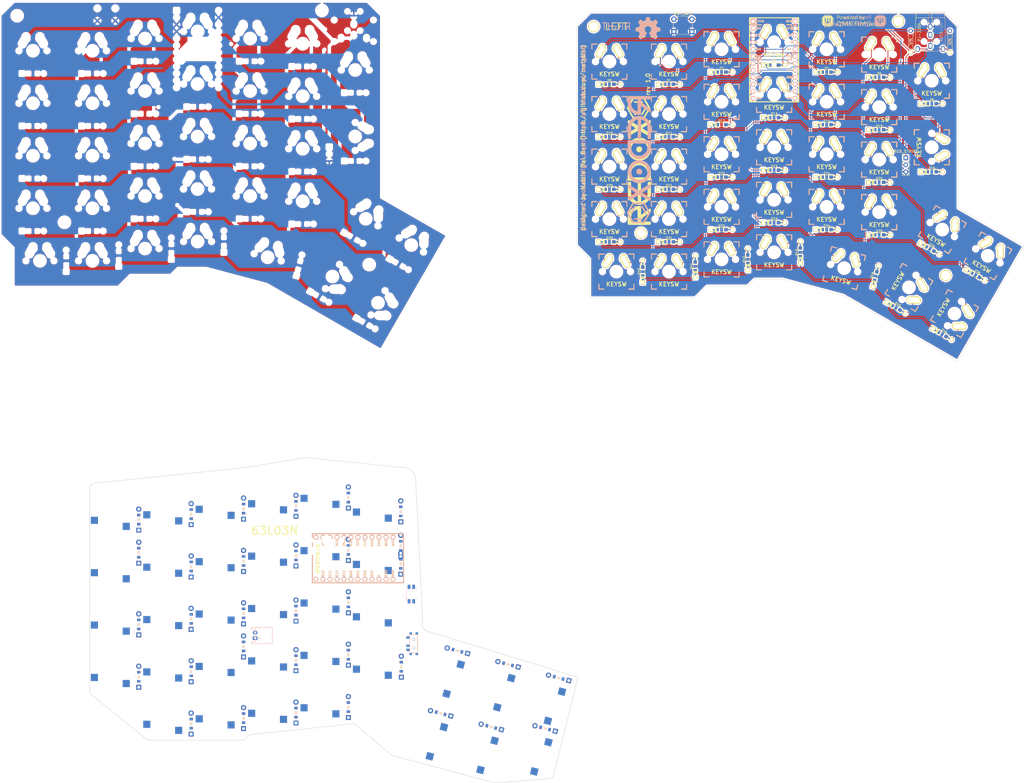
<source format=kicad_pcb>
(kicad_pcb (version 20240108) (generator "pcbnew") (generator_version "8.0")
  (layers (0 "F.Cu" signal) (31 "B.Cu" signal) (34 "B.Paste" user) (35 "F.Paste" user) (36 "B.SilkS" user "B.Silkscreen") (37 "F.SilkS" user "F.Silkscreen") (38 "B.Mask" user) (39 "F.Mask" user) (44 "Edge.Cuts" user))
  (net 0 "")
  (net 1 "Net-(D0-Pad2)")
  (net 2 "row0")
  (net 3 "Net-(D1-Pad2)")
  (net 4 "Net-(D2-Pad2)")
  (net 5 "Net-(D3-Pad2)")
  (net 6 "Net-(D4-Pad2)")
  (net 7 "Net-(D5-Pad2)")
  (net 8 "Net-(D6-Pad2)")
  (net 9 "Net-(D10-Pad2)")
  (net 10 "row1")
  (net 11 "Net-(D11-Pad2)")
  (net 12 "Net-(D12-Pad2)")
  (net 13 "Net-(D13-Pad2)")
  (net 14 "Net-(D14-Pad2)")
  (net 15 "Net-(D15-Pad2)")
  (net 16 "Net-(D16-Pad2)")
  (net 17 "Net-(D20-Pad2)")
  (net 18 "row2")
  (net 19 "Net-(D21-Pad2)")
  (net 20 "Net-(D22-Pad2)")
  (net 21 "Net-(D23-Pad2)")
  (net 22 "Net-(D24-Pad2)")
  (net 23 "Net-(D25-Pad2)")
  (net 24 "Net-(D26-Pad2)")
  (net 25 "Net-(D30-Pad2)")
  (net 26 "row3")
  (net 27 "Net-(D31-Pad2)")
  (net 28 "Net-(D32-Pad2)")
  (net 29 "Net-(D33-Pad2)")
  (net 30 "Net-(D34-Pad2)")
  (net 31 "Net-(D35-Pad2)")
  (net 32 "Net-(D36-Pad2)")
  (net 33 "Net-(D40-Pad2)")
  (net 34 "row4")
  (net 35 "Net-(D41-Pad2)")
  (net 36 "Net-(D42-Pad2)")
  (net 37 "Net-(D43-Pad2)")
  (net 38 "Net-(D44-Pad2)")
  (net 39 "Net-(D45-Pad2)")
  (net 40 "Net-(D46-Pad2)")
  (net 41 "col0")
  (net 42 "col1")
  (net 43 "col2")
  (net 44 "col3")
  (net 45 "col4")
  (net 46 "col5")
  (net 47 "col6")
  (net 48 "VCC")
  (net 49 "SDA")
  (net 50 "SCL")
  (net 51 "rgb_data")
  (net 52 "GND")
  (net 53 "RST")
  (net 54 "Net-(U1-Pad2)")
  (net 55 "Net-(U1-Pad8)")
  (net 56 "Net-(U1-Pad20)")
  (net 57 "Net-(U1-Pad24)")
  (footprint "Keebio-Parts:Diode-dual" (layer "F.Cu") (at 332.228 -113.958 180)
    (property "Reference" "D5")
    (property "Value" "D" (hide yes))
  )
  (footprint "PG1350" (layer "F.Cu") (at 132 54 180)
    (property "Reference" "S23" (hide yes))
    (property "Value" "" (hide yes))
  )
  (footprint "Keebio-Parts:Diode-dual" (layer "F.Cu") (at 275.078 -58.713 180)
    (property "Reference" "D32")
    (property "Value" "D" (hide yes))
  )
  (footprint "Keebio-Parts:TRRS-PJ-320A-dual" (layer "F.Cu") (at 350.77 -135.548)
    (property "Reference" "TRRS1")
    (property "Value" "Audio-Jack-4")
  )
  (footprint "PG1350" (layer "F.Cu") (at 94 96 180)
    (property "Reference" "S11" (hide yes))
    (property "Value" "" (hide yes))
  )
  (footprint "PG1350" (layer "F.Cu") (at 186.198401 128.313712 -105)
    (property "Reference" "S30" (hide yes))
    (property "Value" "" (hide yes))
  )
  (footprint "canadian_footprints:Mx_Alps_100-dualside" (layer "F.Cu") (at 332.228 -122.213)
    (property "Reference" "K5" (hide yes))
    (property "Value" "KEYSW")
  )
  (footprint "Keebio-Parts:Diode-dual" (layer "F.Cu") (at 367.153 -42.203 150)
    (property "Reference" "D36")
    (property "Value" "D" (hide yes))
  )
  (footprint "ComboDiode" (layer "F.Cu") (at 139.8 38.5 90)
    (property "Reference" "D20" (hide yes))
    (property "Value" "" (hide yes))
  )
  (footprint "ComboDiode" (layer "F.Cu") (at 139.8 114.5 90)
    (property "Reference" "D16" (hide yes))
    (property "Value" "" (hide yes))
  )
  (footprint "PG1350" (layer "F.Cu") (at 132 35 180)
    (property "Reference" "S24" (hide yes))
    (property "Value" "" (hide yes))
  )
  (footprint "PG1350" (layer "F.Cu") (at 75 60 180)
    (property "Reference" "S8" (hide yes))
    (property "Value" "" (hide yes))
  )
  (footprint "PG1350" (layer "F.Cu") (at 113 75 180)
    (property "Reference" "S17" (hide yes))
    (property "Value" "" (hide yes))
  )
  (footprint "Keebio-Parts:Diode-dual" (layer "F.Cu") (at 294.128 -99.353 180)
    (property "Reference" "D13")
    (property "Value" "D" (hide yes))
  )
  (footprint "Keebio-Parts:Diode-dual" (layer "F.Cu") (at 234.438 -92.368 180)
    (property "Reference" "D10")
    (property "Value" "D" (hide yes))
  )
  (footprint "ComboDiode" (layer "F.Cu") (at 158.8 43.5 90)
    (property "Reference" "D22" (hide yes))
    (property "Value" "" (hide yes))
  )
  (footprint "myparts:Mx_Alps_125-dualside" (layer "F.Cu") (at 319.528 -44.743 -15)
    (property "Reference" "K44" (hide yes))
    (property "Value" "KEYSW")
  )
  (footprint "PG1350" (layer "F.Cu") (at 75 41 180)
    (property "Reference" "S9" (hide yes))
    (property "Value" "" (hide yes))
  )
  (footprint "PG1350" (layer "F.Cu") (at 210.633239 110.532017 -105)
    (property "Reference" "S32" (hide yes))
    (property "Value" "" (hide yes))
  )
  (footprint "PG1350" (layer "F.Cu") (at 56 100 180)
    (property "Reference" "S1" (hide yes))
    (property "Value" "" (hide yes))
  )
  (footprint "ComboDiode" (layer "F.Cu") (at 173.245339 116.767796 165)
    (property "Reference" "D25" (hide yes))
    (property "Value" "" (hide yes))
  )
  (footprint "canadian_footprints:Mx_Alps_100-dualside" (layer "F.Cu") (at 351.278 -112.688)
    (property "Reference" "K6" (hide yes))
    (property "Value" "KEYSW")
  )
  (footprint "PG1350" (layer "F.Cu") (at 173.928058 100.696894 -105)
    (property "Reference" "S34" (hide yes))
    (property "Value" "" (hide yes))
  )
  (footprint "ComboDiode" (layer "F.Cu") (at 120.8 116.5 90)
    (property "Reference" "D13" (hide yes))
    (property "Value" "" (hide yes))
  )
  (footprint "Panasonic_EVQPUL_EVQPUC" (layer "F.Cu") (at 162.625 73.5 -90)
    (property "Reference" "B1" (hide yes))
    (property "Value" "Panasonic_EVQPUL_EVQPUC" (hide yes))
  )
  (footprint "Keebio-Parts:Diode-dual" (layer "F.Cu") (at 294.128 -61.253 180)
    (property "Reference" "D33")
    (property "Value" "D" (hide yes))
  )
  (footprint "ComboDiode" (layer "F.Cu") (at 216.032768 103.903663 165)
    (property "Reference" "D26" (hide yes))
    (property "Value" "" (hide yes))
  )
  (footprint "Keebio-Parts:Diode-dual" (layer "F.Cu") (at 294.128 -80.303 180)
    (property "Reference" "D23")
    (property "Value" "D" (hide yes))
  )
  (footprint "PG1350" (layer "F.Cu") (at 113 56 180)
    (property "Reference" "S18" (hide yes))
    (property "Value" "" (hide yes))
  )
  (footprint "ComboDiode" (layer "F.Cu") (at 158.8 56 90)
    (property "Reference" "D29" (hide yes))
    (property "Value" "" (hide yes))
  )
  (footprint "Keebio-Parts:Resistor-Compact" (layer "F.Cu") (at 343.658 -126.912 90)
    (property "Reference" "R1")
    (property "Value" "4.7k")
  )
  (footprint "canadian_footprints:Mx_Alps_100-dualside" (layer "F.Cu") (at 332.228 -84.113)
    (property "Reference" "K25" (hide yes))
    (property "Value" "KEYSW")
  )
  (footprint "canadian_footprints:Mx_Alps_150-dualsided" (layer "F.Cu") (at 359.533 -28.233 -120)
    (property "Reference" "K46" (hide yes))
    (property "Value" "KEYSW")
  )
  (footprint "canadian_footprints:Mx_Alps_100-dualside" (layer "F.Cu") (at 256.028 -43.473)
    (property "Reference" "K41" (hide yes))
    (property "Value" "KEYSW")
  )
  (footprint "canadian_footprints:Mx_Alps_100-dualside" (layer "F.Cu") (at 275.078 -86.018)
    (property "Reference" "K22" (hide yes))
    (property "Value" "KEYSW")
  )
  (footprint "Keebio-Parts:Diode-dual" (layer "F.Cu") (at 313.178 -77.763 180)
    (property "Reference" "D24")
    (property "Value" "D" (hide yes))
  )
  (footprint "PG1350" (layer "F.Cu") (at 56 62 180)
    (property "Reference" "S3" (hide yes))
    (property "Value" "" (hide yes))
  )
  (footprint "ComboDiode" (layer "F.Cu") (at 197.680177 98.986101 165)
    (property "Reference" "D27" (hide yes))
    (property "Value" "" (hide yes))
  )
  (footprint "canadian_footprints:Mx_Alps_100-dualside" (layer "F.Cu") (at 256.028 -119.673)
    (property "Reference" "K1" (hide yes))
    (property "Value" "KEYSW")
  )
  (footprint "myparts:Mx_Alps_125-dualside" (layer "F.Cu") (at 234.438 -119.673)
    (property "Reference" "K0" (hide yes))
    (property "Value" "KEYSW")
  )
  (footprint "Keebio-Parts:Diode-dual" (layer "F.Cu") (at 246.503 -43.473 -90)
    (property "Reference" "D40")
    (property "Value" "D" (hide yes))
  )
  (footprint "myparts:Mx_Alps_125-dualside" (layer "F.Cu") (at 234.438 -62.523)
    (property "Reference" "K30" (hide yes))
    (property "Value" "KEYSW")
  )
  (footprint "myparts:redox-logo" (layer "F.Cu") (at 245.233 -83.478 90)
    (property "Reference" "G***" (hide yes))
    (property "Value" "LOGO" (hide yes))
  )
  (footprint "PG1350" (layer "F.Cu") (at 94 77 180)
    (property "Reference" "S12" (hide yes))
    (property "Value" "" (hide yes))
  )
  (footprint "Keebio-Parts:Diode-dual" (layer "F.Cu") (at 256.028 -111.418 180)
    (property "Reference" "D1")
    (property "Value" "D" (hide yes))
  )
  (footprint "PG1350" (layer "F.Cu") (at 192.280648 105.614455 -105)
    (property "Reference" "S33" (hide yes))
    (property "Value" "" (hide yes))
  )
  (footprint "ComboDiode" (layer "F.Cu") (at 179.327586 94.068539 165)
    (property "Reference" "D28" (hide yes))
    (property "Value" "" (hide yes))
  )
  (footprint "canadian_footprints:Mx_Alps_100-dualside" (layer "F.Cu") (at 294.128 -50.458)
    (property "Reference" "K43" (hide yes))
    (property "Value" "KEYSW")
  )
  (footprint "Keebio-Parts:Diode-dual" (layer "F.Cu") (at 284.603 -47.918 -90)
    (property "Reference" "D42")
    (property "Value" "D" (hide yes))
  )
  (footprint "ComboDiode" (layer "F.Cu") (at 158.8 62.5 90)
    (property "Reference" "D21" (hide yes))
    (property "Value" "" (hide yes))
  )
  (footprint "ComboDiode" (layer "F.Cu") (at 82.8 101.5 90)
    (property "Reference" "D5" (hide yes))
    (property "Value" "" (hide yes))
  )
  (footprint "canadian_footprints:Mx_Alps_100-dualside" (layer "F.Cu") (at 275.078 -66.968)
    (property "Reference" "K32" (hide yes))
    (property "Value" "KEYSW")
  )
  (footprint "Keebio-Parts:ArduinoProMicro" (layer "F.Cu") (at 294.128 -120.308 -90)
    (property "Reference" "U1" (hide yes))
    (property "Value" "ProMicro" (hide yes))
  )
  (footprint "PG1350" (layer "F.Cu") (at 151 97 180)
    (property "Reference" "S25" (hide yes))
    (property "Value" "" (hide yes))
  )
  (footprint "Keebio-Parts:Diode-dual" (layer "F.Cu") (at 256.028 -73.318 180)
    (property "Reference" "D21")
    (property "Value" "D" (hide yes))
  )
  (footprint "ComboDiode" (layer "F.Cu") (at 63.8 58.5 90)
    (property "Reference" "D31" (hide yes))
    (property "Value" "" (hide yes))
  )
  (footprint "canadian_footprints:Mx_Alps_100-dualside" (layer "F.Cu") (at 313.178 -86.018)
    (property "Reference" "K24" (hide yes))
    (property "Value" "KEYSW")
  )
  (footprint "PG1350" (layer "F.Cu") (at 56 43 180)
    (property "Reference" "S4" (hide yes))
    (property "Value" "" (hide yes))
  )
  (footprint "PG1350" (layer "F.Cu") (at 132 73 180)
    (property "Reference" "S22" (hide yes))
    (property "Value" "" (hide yes))
  )
  (footprint "canadian_footprints:Mx_Alps_100-dualside" (layer "F.Cu") (at 236.978 -43.473)
    (property "Reference" "K40" (hide yes))
    (property "Value" "KEYSW")
  )
  (footprint "Keebio-Parts:Diode-dual" (layer "F.Cu") (at 265.553 -45.378 -90)
    (property "Reference" "D41")
    (property "Value" "D" (hide yes))
  )
  (footprint "canadian_footprints:Mx_Alps_100-dualside" (layer "F.Cu") (at 332.228 -65.063)
    (property "Reference" "K35" (hide yes))
    (property "Value" "KEYSW")
  )
  (footprint "Keebio-Parts:Diode-dual" (layer "F.Cu") (at 313.178 -58.713 180)
    (property "Reference" "D34")
    (property "Value" "D" (hide yes))
  )
  (footprint "Keebio-Parts:Diode-dual" (layer "F.Cu") (at 313.178 -115.863 180)
    (property "Reference" "D4")
    (property "Value" "D" (hide yes))
  )
  (footprint "Keebio-Parts:Diode-dual" (layer "F.Cu") (at 303.653 -50.458 -90)
    (property "Reference" "D43")
    (property "Value" "D" (hide yes))
  )
  (footprint "canadian_footprints:Mx_Alps_100-dualside" (layer "F.Cu") (at 313.178 -124.118)
    (property "Reference" "K4" (hide yes))
    (property "Value" "KEYSW")
  )
  (footprint "Keebio-Parts:Diode-dual" (layer "F.Cu") (at 275.078 -77.763 180)
    (property "Reference" "D22")
    (property "Value" "D" (hide yes))
  )
  (footprint "myparts:Mx_Alps_125-dualside" (layer "F.Cu") (at 234.438 -81.573)
    (property "Reference" "K20" (hide yes))
    (property "Value" "KEYSW")
  )
  (footprint "Keebio-Parts:Diode-dual" (layer "F.Cu") (at 234.438 -54.268 180)
    (property "Reference" "D30")
    (property "Value" "D" (hide yes))
  )
  (footprint "ComboDiode" (layer "F.Cu") (at 82.8 120.5 90)
    (property "Reference" "D4" (hide yes))
    (property "Value" "" (hide yes))
  )
  (footprint "PG1350" (layer "F.Cu") (at 151 59 180)
    (property "Reference" "S27" (hide yes))
    (property "Value" "" (hide yes))
  )
  (footprint "ComboDiode" (layer "F.Cu") (at 82.8 63.5 90)
    (property "Reference" "D7" (hide yes))
    (property "Value" "" (hide yes))
  )
  (footprint "ComboDiode" (layer "F.Cu") (at 82.8 44.5 90)
    (property "Reference" "D8" (hide yes))
    (property "Value" "" (hide yes))
  )
  (footprint "ComboDiode" (layer "F.Cu") (at 191.59793 121.685358 165)
    (property "Reference" "D24" (hide yes))
    (property "Value" "" (hide yes))
  )
  (footprint "ComboDiode" (layer "F.Cu") (at 159 99.85 90)
    (property "Reference" "D30" (hide yes))
    (property "Value" "" (hide yes))
  )
  (footprint "ComboDiode" (layer "F.Cu") (at 211.115206 122.256253 165)
    (property "Reference" "D23" (hide yes))
    (property "Value" "" (hide yes))
  )
  (footprint "keyboard_parts:HOLE_M3" (layer "F.Cu") (at 339.213 -134.278)
    (property "Reference" "HOLE_M3" (hide yes))
    (property "Value" "VAL**" (hide yes))
  )
  (footprint "Keebio-Parts:Diode-dual" (layer "F.Cu") (at 256.028 -92.368 180)
    (property "Reference" "D11")
    (property "Value" "D" (hide yes))
  )
  (footprint "Keebio-Parts:Resistor-Compact" (layer "F.Cu") (at 357.882 -126.912 90)
    (property "Reference" "R2")
    (property "Value" "4.7k")
  )
  (footprint "ComboDiode" (layer "F.Cu") (at 139.8 76.5 90)
    (property "Reference" "D18" (hide yes))
    (property "Value" "" (hide yes))
  )
  (footprint "Keebio-Parts:Diode-dual" (layer "F.Cu") (at 234.438 -111.418 180)
    (property "Reference" "D0")
    (property "Value" "D" (hide yes))
  )
  (footprint "Keebio-Parts:Diode-dual" (layer "F.Cu") (at 355.088 -20.74 150)
    (property "Reference" "D46")
    (property "Value" "D" (hide yes))
  )
  (footprint "PG1350" (layer "F.Cu") (at 75 117 180)
    (property "Reference" "S5" (hide yes))
    (property "Value" "" (hide yes))
  )
  (footprint "canadian_footprints:Mx_Alps_100-dualside" (layer "F.Cu") (at 275.078 -47.918)
    (property "Reference" "K42" (hide yes))
    (property "Value" "KEYSW")
  )
  (footprint "ComboDiode" (layer "F.Cu") (at 120.8 59.5 90)
    (property "Reference" "D15" (hide yes))
    (property "Value" "" (hide yes))
  )
  (footprint "E73:SPDT_C128955" (layer "F.Cu") (at 163.5 91.5 -90)
    (property "Reference" "T1" (hide yes))
    (property "Value" "" (hide yes))
  )
  (footprint "Keebio-Parts:Diode-dual" (layer "F.Cu") (at 234.438 -73.318 180)
    (property "Reference" "D20")
    (property "Value" "D" (hide yes))
  )
  (footprint "canadian_footprints:Mx_Alps_100-dualside" (layer "F.Cu") (at 275.078 -105.068)
    (property "Reference" "K12" (hide yes))
    (property "Value" "KEYSW")
  )
  (footprint "Keebio-Parts:Diode-dual" (layer "F.Cu") (at 332.228 -94.908 180)
    (property "Reference" "D15")
    (property "Value" "D" (hide yes))
  )
  (footprint "canadian_footprints:Mx_Alps_100-dualside" (layer "F.Cu") (at 294.128 -126.658)
    (property "Reference" "K3" (hide yes))
    (property "Value" "KEYSW")
  )
  (footprint "canadian_footprints:Mx_Alps_100-dualside" (layer "F.Cu") (at 294.128 -69.508)
    (property "Reference" "K33" (hide yes))
    (property "Value" "KEYSW")
  )
  (footprint "canadian_footprints:Mx_Alps_100-dualside" (layer "F.Cu") (at 256.028 -62.523)
    (property "Reference" "K31" (hide yes))
    (property "Value" "KEYSW")
  )
  (footprint "PG1350" (layer "F.Cu") (at 113 94 180)
    (property "Reference" "S16" (hide yes))
    (property "Value" "" (hide yes))
  )
  (footprint "JST_PH_S2B-PH-K_02x2.00mm_Angled" (layer "F.Cu") (at 106 88.5 90)
    (property "Reference" "JST1" (hide yes))
    (property "Value" "" (hide yes))
  )
  (footprint "myparts:qmk-badge" (layer "F.Cu") (at 322.576 -134.405)
    (property "Reference" "G***" (hide yes))
    (property "Value" "LOGO" (hide yes))
  )
  (footprint "ComboDiode" (layer "F.Cu") (at 63.8 84.5 90)
    (property "Reference" "D2" (hide yes))
    (property "Value" "" (hide yes))
  )
  (footprint "canadian_footprints:Mx_Alps_100-dualside" (layer "F.Cu") (at 294.128 -107.608)
    (property "Reference" "K13" (hide yes))
    (property "Value" "KEYSW")
  )
  (footprint "ComboDiode" (layer "F.Cu") (at 101.8 42.5 90)
    (property "Reference" "D12" (hide yes))
    (property "Value" "" (hide yes))
  )
  (footprint "myparts:Mx_Alps_125-dualside" (layer "F.Cu") (at 234.438 -100.623)
    (property "Reference" "K10" (hide yes))
    (property "Value" "KEYSW")
  )
  (footprint "nice_nano" (layer "F.Cu") (at 142 60.5 180)
    (property "Reference" "MCU1" (hide yes))
    (property "Value" "nice_nano" (hide yes))
  )
  (footprint "Symbols:OSHW-Symbol_8.9x8mm_SilkScreen" (layer "F.Cu") (at 248.408 -131.738)
    (property "Reference" "REF***" (hide yes))
    (property "Value" "OSHW-Logo2_14.6x12mm_SilkScreen" (hide yes))
  )
  (footprint "PG1350" (layer "F.Cu") (at 205.715677 128.884608 -105)
    (property "Reference" "S29" (hide yes))
    (property "Value" "" (hide yes))
  )
  (footprint "Keebio-Parts:Diode-dual" (layer "F.Cu") (at 275.078 -96.813 180)
    (property "Reference" "D12")
    (property "Value" "D" (hide yes))
  )
  (footprint "ComboDiode" (layer "F.Cu") (at 63.8 103.5 90)
    (property "Reference" "D1" (hide yes))
    (property "Value" "" (hide yes))
  )
  (footprint "PG1350" (layer "F.Cu") (at 151 40 180)
    (property "Reference" "S28" (hide yes))
    (property "Value" "" (hide yes))
  )
  (footprint "Keebio-Parts:Diode-dual" (layer "F.Cu") (at 351.278 -79.668 180)
    (property "Reference" "D16")
    (property "Value" "D" (hide yes))
  )
  (footprint "canadian_footprints:Mx_Alps_100-dualside" (layer "F.Cu") (at 332.228 -103.163)
    (property "Reference" "K15" (hide yes))
    (property "Value" "KEYSW")
  )
  (footprint "Keebio-Parts:Diode-dual" (layer "F.Cu") (at 332.228 -75.858 180)
    (property "Reference" "D25")
    (property "Value" "D" (hide yes))
  )
  (footprint "canadian_footprints:Mx_Alps_100-dualside" (layer "F.Cu") (at 355.088 -58.713 -30)
    (property "Reference" "K26" (hide yes))
    (property "Value" "KEYSW")
  )
  (footprint "Keebio-Parts:Diode-dual" (layer "F.Cu") (at 275.078 -115.863 180)
    (property "Reference" "D2")
    (property "Value" "D" (hide yes))
  )
  (footprint "PG1350" (layer "F.Cu") (at 94 39 180)
    (property "Reference" "S14" (hide yes))
    (property "Value" "" (hide yes))
  )
  (footprint "PG1350" (layer "F.Cu") (at 56 81 180)
    (property "Reference" "S2" (hide yes))
    (property "Value" "" (hide yes))
  )
  (footprint "PG1350" (layer "F.Cu") (at 94 115 180)
    (property "Reference" "S10" (hide yes))
    (property "Value" "" (hide yes))
  )
  (footprint "PG1350" (layer "F.Cu") (at 75 98 180)
    (property "Reference" "S6" (hide yes))
    (property "Value" "" (hide yes))
  )
  (footprint "Keebio-Parts:Diode-dual" (layer "F.Cu") (at 256.028 -54.268 180)
    (property "Reference" "D31")
    (property "Value" "D" (hide yes))
  )
  (footprint "ComboDiode" (layer "F.Cu") (at 82.8 82.5 90)
    (property "Reference" "D6" (hide yes))
    (property "Value" "" (hide yes))
  )
  (footprint "Keebio-Parts:Diode-dual" (layer "F.Cu") (at 351.278 -104.433 180)
    (property "Reference" "D6")
    (property "Value" "D" (hide yes))
  )
  (footprint "Keebio-Parts:Diode-dual" (layer "F.Cu") (at 330.958 -41.822 -105)
    (property "Reference" "D44")
    (property "Value" "D" (hide yes))
  )
  (footprint "Keebio-Parts:Diode-dual" (layer "F.Cu") (at 294.128 -118.403 180)
    (property "Reference" "D3")
    (property "Value" "D" (hide yes))
  )
  (footprint "ComboDiode" (layer "F.Cu") (at 101.8 118.5 90)
    (property "Reference" "D9" (hide yes))
    (property "Value" "" (hide yes))
  )
  (footprint "canadian_footprints:Mx_Alps_100-dualside" (layer "F.Cu") (at 313.178 -105.068)
    (property "Reference" "K14" (hide yes))
    (property "Value" "KEYSW")
  )
  (footprint "PG1350" (layer "F.Cu") (at 113 37 180)
    (property "Reference" "S19" (hide yes))
    (property "Value" "" (hide yes))
  )
  (footprint "ComboDiode" (layer "F.Cu") (at 120.8 41.5 90)
    (property "Reference" "D34" (hide yes))
    (property "Value" "" (hide yes))
  )
  (footprint "Keebio-Parts:Diode-dual" (layer "F.Cu") (at 332.228 -56.808 180)
    (property "Reference" "D35")
    (property "Value" "D" (hide yes))
  )
  (footprint "canadian_footprints:Mx_Alps_150-dualsided" (layer "F.Cu") (at 343.023 -37.758 -120)
    (property "Reference" "K45" (hide yes))
    (property "Value" "KEYSW")
  )
  (footprint "keyboard_parts:HOLE_M3" (layer "F.Cu") (at 228.723 -132.373)
    (property "Reference" "HOLE_M3" (hide yes))
    (property "Value" "VAL**" (hide yes))
  )
  (footprint "canadian_footprints:Mx_Alps_100-dualside" (layer "F.Cu") (at 275.078 -124.118)
    (property "Reference" "K2" (hide yes))
    (property "Value" "KEYSW")
  )
  (footprint "PG1350" (layer "F.Cu") (at 113 113 180)
    (property "Reference" "S15" (hide yes))
    (property "Value" "" (hide yes))
  )
  (footprint "canadian_footprints:Mx_Alps_100-dualside" (layer "F.Cu") (at 256.028 -100.623)
    (property "Reference" "K11" (hide yes))
    (property "Value" "KEYSW")
  )
  (footprint "ComboDiode" (layer "F.Cu") (at 63.8 46.5 90)
    (property "Reference" "D3" (hide yes))
    (property "Value" "" (hide yes))
  )
  (footprint "ComboDiode" (layer "F.Cu") (at 101.8 61.5 90)
    (property "Reference" "D11" (hide yes))
    (property "Value" "" (hide yes))
  )
  (footprint "canadian_footprints:Mx_Alps_150-dualsided" (layer "F.Cu") (at 351.278 -88.558 -90)
    (property "Reference" "K16" (hide yes))
    (property "Value" "KEYSW")
  )
  (footprint "ComboDiode" (layer "F.Cu") (at 101.8 80.5 90)
    (property "Reference" "D10" (hide yes))
    (property "Value" "" (hide yes))
  )
  (footprint "PG1350" (layer "F.Cu") (at 151 78 180)
    (property "Reference" "S26" (hide yes))
    (property "Value" "" (hide yes))
  )
  (footprint "keyboard_parts:HOLE_M3" (layer "F.Cu") (at 356.358 -42.076)
    (property "Reference" "HOLE_M3" (hide yes))
    (property "Value" "VAL**" (hide yes))
  )
  (footprint "ComboDiode" (layer "F.Cu") (at 139.8 95.5 90)
    (property "Reference" "D17" (hide yes))
    (property "Value" "" (hide yes))
  )
  (footprint "Keebio-Parts:Diode-dual" (layer "F.Cu") (at 350.643 -51.728 150)
    (property "Reference" "D26")
    (property "Value" "D" (hide yes))
  )
  (footprint "PG1350" (layer "F.Cu") (at 75 79 180)
    (property "Reference" "S7" (hide yes))
    (property "Value" "" (hide yes))
  )
  (footprint "canadian_footprints:Mx_Alps_100-dualside" (layer "F.Cu") (at 313.178 -66.968)
    (property "Reference" "K34" (hide yes))
    (property "Value" "KEYSW")
  )
  (footprint "Buttons_Switches_ThroughHole:SW_PUSH_6mm_h4.3mm" (layer "F.Cu") (at 257.806 -135.04)
    (property "Reference" "RST_SW1")
    (property "Value" "SW_PUSH")
  )
  (footprint "Keebio-Parts:Diode-dual" (layer "F.Cu") (at 313.178 -96.813 180)
    (property "Reference" "D14")
    (property "Value" "D" (hide yes))
  )
  (footprint "Keebio-Parts:Diode-dual" (layer "F.Cu") (at 338.324 -30.392 150)
    (property "Reference" "D45")
    (property "Value" "D" (hide yes))
  )
  (footprint "PG1350" (layer "F.Cu") (at 132 111 180)
    (property "Reference" "S20" (hide yes))
    (property "Value" "" (hide yes))
  )
  (footprint "ComboDiode" (layer "F.Cu") (at 120.8 97.5 90)
    (property "Reference" "D14" (hide yes))
    (property "Value" "" (hide yes))
  )
  (footprint "PG1350" (layer "F.Cu") (at 132 92 180)
    (property "Reference" "S21" (hide yes))
    (property "Value" "" (hide yes))
  )
  (footprint "PG1350" (layer "F.Cu") (at 94 58 180)
    (property "Reference" "S13" (hide yes))
    (property "Value" "" (hide yes))
  )
  (footprint "canadian_footprints:Mx_Alps_100-dualside" (layer "F.Cu") (at 294.128 -88.558)
    (property "Reference" "K23" (hide yes))
    (property "Value" "KEYSW")
  )
  (footprint "Pin_Headers:Pin_Header_Straight_1x03_Pitch2.54mm" (layer "F.Cu") (at 341.88 -84.748)
    (property "Reference" "RGB_STRIP1")
    (property "Value" "Conn_01x03")
  )
  (footprint "keyboard_parts:HOLE_M3" (layer "F.Cu") (at 245.868 -57.443)
    (property "Reference" "HOLE_M3" (hide yes))
    (property "Value" "VAL**" (hide yes))
  )
  (footprint "canadian_footprints:Mx_Alps_100-dualside" (layer "F.Cu") (at 371.598 -49.188 -30)
    (property "Reference" "K36" (hide yes))
    (property "Value" "KEYSW")
  )
  (footprint "PG1350" (layer "F.Cu") (at 167.84581 123.39615 -105)
    (property "Reference" "S31" (hide yes))
    (property "Value" "" (hide yes))
  )
  (footprint "canadian_footprints:Mx_Alps_100-dualside" (layer "F.Cu") (at 256.028 -81.573)
    (property "Reference" "K21" (hide yes))
    (property "Value" "KEYSW")
  )
  (footprint "ComboDiode" (layer "F.Cu") (at 139.8 57.5 90)
    (property "Reference" "D19" (hide yes))
    (property "Value" "" (hide yes))
  )
  (footprint "ComboDiode" (layer "F.Cu") (at 101.8 92.5 90)
    (property "Reference" "D32" (hide yes))
    (property "Value" "" (hide yes))
  )
  (footprint "ComboDiode" (layer "F.Cu") (at 120.8 79.5 90)
    (property "Reference" "D33" (hide yes))
    (property "Value" "" (hide yes))
  )
  (footprint "myparts:qmk-badge" (layer "B.Cu") (at 323.592 -134.405 180)
    (property "Reference" "G***" (hide yes))
    (property "Value" "LOGO" (hide yes))
  )
  (footprint "Symbols:OSHW-Symbol_8.9x8mm_SilkScreen" (layer "B.Cu") (at 248.408 -131.738 180)
    (property "Reference" "REF***" (hide yes))
    (property "Value" "OSHW-Logo2_14.6x12mm_SilkScreen" (hide yes))
  )
  (footprint "myparts:redox-logo" (layer "B.Cu") (at 245.233 -84.113 -90)
    (property "Reference" "G***" (hide yes))
    (property "Value" "LOGO" (hide yes))
  )
  (gr_line (start 67.70806 126.5) (end 101.171573 126.5) (stroke (width 0.15)) (layer "Edge.Cuts"))
  (gr_line (start 269.744 -38.266) (end 284.476 -38.266) (stroke (width 0.1)) (layer "Edge.Cuts"))
  (gr_line (start 222.5 -129.198) (end 222.5 -52.998) (stroke (width 0.1)) (layer "Edge.Cuts"))
  (gr_line (start 124.080684 24) (end 158.5 27.5) (stroke (width 0.15)) (layer "Edge.Cuts"))
  (gr_line (start 66.449664 126.05449) (end 46.741604 110.100346) (stroke (width 0.15)) (layer "Edge.Cuts"))
  (gr_line (start 223 104) (end 214 140) (stroke (width 0.15)) (layer "Edge.Cuts"))
  (gr_line (start 46 108.545856) (end 46 35.300523) (stroke (width 0.15)) (layer "Edge.Cuts"))
  (gr_arc (start 46.741604 110.100346) (mid 46.194911 109.407014) (end 46 108.545856) (stroke (width 0.15)) (layer "Edge.Cuts"))
  (gr_line (start 360.803 -132.5) (end 360.803 -122.34) (stroke (width 0.1)) (layer "Edge.Cuts"))
  (gr_line (start 360.803 -132.5) (end 355.723 -137.58) (stroke (width 0.1)) (layer "Edge.Cuts"))
  (gr_line (start 227.326 -48.172) (end 227.326 -33.948) (stroke (width 0.1)) (layer "Edge.Cuts"))
  (gr_line (start 360.803 -66.46) (end 384.679 -52.744) (stroke (width 0.1)) (layer "Edge.Cuts"))
  (gr_line (start 103.499326 125.000674) (end 102.585786 125.914214) (stroke (width 0.15)) (layer "Edge.Cuts"))
  (gr_line (start 360.549 -11.088) (end 319.147 -34.964) (stroke (width 0.1)) (layer "Edge.Cuts"))
  (gr_arc (start 102.585787 125.914214) (mid 101.936937 126.347752) (end 101.171573 126.5) (stroke (width 0.15)) (layer "Edge.Cuts"))
  (gr_line (start 265.426 -33.948) (end 269.744 -38.266) (stroke (width 0.1)) (layer "Edge.Cuts"))
  (gr_line (start 164.165073 31.478038) (end 166.728196 83.362558) (stroke (width 0.15)) (layer "Edge.Cuts"))
  (gr_line (start 103.104973 27.5) (end 124.080684 24) (stroke (width 0.15)) (layer "Edge.Cuts"))
  (gr_line (start 222.5 -132.5) (end 227.58 -137.58) (stroke (width 0.1)) (layer "Edge.Cuts"))
  (gr_line (start 222.5 -52.998) (end 227.326 -48.172) (stroke (width 0.1)) (layer "Edge.Cuts"))
  (gr_line (start 104.70417 124.425877) (end 141.125661 120.592036) (stroke (width 0.15)) (layer "Edge.Cuts"))
  (gr_line (start 168.5 87) (end 222.5 103.5) (stroke (width 0.15)) (layer "Edge.Cuts"))
  (gr_arc (start 103.499326 125.000674) (mid 104.052381 124.609797) (end 104.70417 124.425877) (stroke (width 0.15)) (layer "Edge.Cuts"))
  (gr_line (start 360.803 -122.34) (end 360.803 -66.46) (stroke (width 0.1)) (layer "Edge.Cuts"))
  (gr_line (start 360.549 -11.088) (end 360.676 -11.088) (stroke (width 0.1)) (layer "Edge.Cuts"))
  (gr_arc (start 123.919052 27.5) (mid 123.999934 27.501634) (end 124.080684 27.506542) (stroke (width 0.15)) (layer "Edge.Cuts"))
  (gr_line (start 360.676 -11.088) (end 384.679 -52.744) (stroke (width 0.1)) (layer "Edge.Cuts"))
  (gr_line (start 222.5 -132.5) (end 222.5 -129.198) (stroke (width 0.1)) (layer "Edge.Cuts"))
  (gr_arc (start 46.000001 35.300524) (mid 46.513594 33.96237) (end 47.79063 33.311513) (stroke (width 0.15)) (layer "Edge.Cuts"))
  (gr_line (start 297.176 -40.806) (end 287.016 -40.806) (stroke (width 0.1)) (layer "Edge.Cuts"))
  (gr_arc (start 102.895603 27.510989) (mid 103.000144 27.502747) (end 103.104973 27.5) (stroke (width 0.15)) (layer "Edge.Cuts"))
  (gr_line (start 355.723 -137.58) (end 227.58 -137.58) (stroke (width 0.1)) (layer "Edge.Cuts"))
  (gr_line (start 193 142) (end 155.5 132) (stroke (width 0.15)) (layer "Edge.Cuts"))
  (gr_line (start 47.79063 33.311513) (end 102.895604 27.510989) (stroke (width 0.15)) (layer "Edge.Cuts"))
  (gr_line (start 227.326 -33.948) (end 265.426 -33.948) (stroke (width 0.1)) (layer "Edge.Cuts"))
  (gr_arc (start 222.5 103.5) (mid 222.853553 103.646447) (end 223 104) (stroke (width 0.15)) (layer "Edge.Cuts"))
  (gr_arc (start 158.5 27.5) (mid 162.146633 28.329675) (end 164.165073 31.478038) (stroke (width 0.15)) (layer "Edge.Cuts"))
  (gr_line (start 193 142) (end 212.5 140.5) (stroke (width 0.15)) (layer "Edge.Cuts"))
  (gr_line (start 319.147 -34.964) (end 297.176 -40.806) (stroke (width 0.1)) (layer "Edge.Cuts"))
  (gr_arc (start 168.5 86.999999) (mid 166.718387 85.617581) (end 166.728196 83.362558) (stroke (width 0.15)) (layer "Edge.Cuts"))
  (gr_arc (start 67.70806 126.5) (mid 67.040599 126.385323) (end 66.449664 126.05449) (stroke (width 0.15)) (layer "Edge.Cuts"))
  (gr_line (start 284.476 -38.266) (end 287.016 -40.806) (stroke (width 0.1)) (layer "Edge.Cuts"))
  (gr_arc (start 141.12566 120.592036) (mid 141.943775 120.675956) (end 142.658966 121.081982) (stroke (width 0.15)) (layer "Edge.Cuts"))
  (gr_line (start 212.5 140.5) (end 214 140) (stroke (width 0.15)) (layer "Edge.Cuts"))
  (gr_line (start 155.5 132) (end 142.658966 121.081982) (stroke (width 0.15)) (layer "Edge.Cuts"))
  (gr_text "designed by Mattia Dal Ben (https://github.com/mattdibi)" (at 224.913 -91.86 90) (layer "B.SilkS") (effects (font (size 1.5 1.5) (thickness 0.3)) (justify mirror)))
  (gr_text "RIGHT" (at 236.978 -132.373 0) (layer "B.SilkS") (effects (font (size 2.5 2.5) (thickness 0.3)) (justify mirror)))
  (gr_text "designed by Mattia Dal Ben (https://github.com/mattdibi)" (at 224.913 -92.114 90) (layer "F.SilkS") (effects (font (size 1.5 1.5) (thickness 0.3))))
  (gr_text "63L03N" (at 104.3 50.5 0) (layer "F.SilkS") (effects (font (size 3 3) (thickness 0.4)) (justify left)))
  (gr_text "rev 1.0" (at 248.408 -111.418 90) (layer "F.SilkS") (effects (font (size 1.5 1.5) (thickness 0.3))))
  (gr_text "LEFT" (at 236.978 -132.373 0) (layer "F.SilkS") (effects (font (size 2.5 2.5) (thickness 0.3))))
  (segment (start 237.593 -122.943) (end 237.593 -112.163) (width 0.25) (layer "F.Cu") (net 1))
  (segment (start 237.593 -112.163) (end 238.338 -111.418) (width 0.25) (layer "F.Cu") (net 1))
  (segment (start 272.378 -115.863) (end 272.378 -115.134) (width 0.25) (layer "B.Cu") (net 2))
  (segment (start 310.478 -115.863) (end 310.478 -114.88) (width 0.25) (layer "B.Cu") (net 2))
  (segment (start 281.428 -114.212) (end 286.254 -119.038) (width 0.25) (layer "B.Cu") (net 2))
  (segment (start 272.378 -115.134) (end 273.3 -114.212) (width 0.25) (layer "B.Cu") (net 2))
  (segment (start 231.738 -111.418) (end 231.738 -110.562) (width 0.25) (layer "B.Cu") (net 2))
  (segment (start 286.508 -119.038) (end 290.793 -119.038) (width 0.25) (layer "B.Cu") (net 2))
  (segment (start 271.268 -113.704) (end 272.378 -114.814) (width 0.25) (layer "B.Cu") (net 2))
  (segment (start 328.004 -112.434) (end 329.528 -113.958) (width 0.25) (layer "B.Cu") (net 2))
  (segment (start 252.726 -109.64) (end 253.328 -110.242) (width 0.25) (layer "B.Cu") (net 2))
  (segment (start 273.3 -114.212) (end 281.428 -114.212) (width 0.25) (layer "B.Cu") (net 2))
  (segment (start 299.97 -117.006) (end 300.732 -117.768) (width 0.25) (layer "B.Cu") (net 2))
  (segment (start 253.328 -110.242) (end 253.742 -109.828) (width 0.25) (layer "B.Cu") (net 2))
  (segment (start 312.924 -112.434) (end 328.004 -112.434) (width 0.25) (layer "B.Cu") (net 2))
  (segment (start 286.254 -119.038) (end 286.508 -119.038) (width 0.25) (layer "B.Cu") (net 2))
  (segment (start 329.528 -113.958) (end 329.528 -113.356) (width 0.25) (layer "B.Cu") (net 2))
  (segment (start 253.742 -109.828) (end 263.836 -109.828) (width 0.25) (layer "B.Cu") (net 2))
  (segment (start 340.577 -112.434) (end 348.578 -104.433) (width 0.25) (layer "B.Cu") (net 2))
  (segment (start 329.528 -113.356) (end 330.45 -112.434) (width 0.25) (layer "B.Cu") (net 2))
  (segment (start 231.738 -110.562) (end 232.66 -109.64) (width 0.25) (layer "B.Cu") (net 2))
  (segment (start 310.478 -114.88) (end 312.924 -112.434) (width 0.25) (layer "B.Cu") (net 2))
  (segment (start 291.428 -117.42) (end 291.842 -117.006) (width 0.25) (layer "B.Cu") (net 2))
  (segment (start 232.66 -109.64) (end 252.726 -109.64) (width 0.25) (layer "B.Cu") (net 2))
  (segment (start 291.428 -118.403) (end 291.428 -117.42) (width 0.25) (layer "B.Cu") (net 2))
  (segment (start 300.732 -117.768) (end 308.573 -117.768) (width 0.25) (layer "B.Cu") (net 2))
  (segment (start 291.842 -117.006) (end 299.97 -117.006) (width 0.25) (layer "B.Cu") (net 2))
  (segment (start 272.378 -114.814) (end 272.378 -115.863) (width 0.25) (layer "B.Cu") (net 2))
  (segment (start 330.45 -112.434) (end 340.577 -112.434) (width 0.25) (layer "B.Cu") (net 2))
  (segment (start 308.573 -117.768) (end 310.478 -115.863) (width 0.25) (layer "B.Cu") (net 2))
  (segment (start 263.836 -109.828) (end 267.712 -113.704) (width 0.25) (layer "B.Cu") (net 2))
  (segment (start 290.793 -119.038) (end 291.428 -118.403) (width 0.25) (layer "B.Cu") (net 2))
  (segment (start 267.712 -113.704) (end 271.268 -113.704) (width 0.25) (layer "B.Cu") (net 2))
  (segment (start 253.328 -111.418) (end 253.328 -110.242) (width 0.25) (layer "B.Cu") (net 2))
  (segment (start 259.183 -122.943) (end 259.183 -112.163) (width 0.25) (layer "F.Cu") (net 3))
  (segment (start 259.183 -112.163) (end 259.928 -111.418) (width 0.25) (layer "F.Cu") (net 3))
  (segment (start 278.233 -116.608) (end 278.978 -115.863) (width 0.25) (layer "F.Cu") (net 4))
  (segment (start 278.233 -127.388) (end 278.233 -116.608) (width 0.25) (layer "F.Cu") (net 4))
  (segment (start 297.283 -119.148) (end 298.028 -118.403) (width 0.25) (layer "F.Cu") (net 5))
  (segment (start 297.283 -129.928) (end 297.283 -119.148) (width 0.25) (layer "F.Cu") (net 5))
  (segment (start 316.333 -127.388) (end 316.333 -116.608) (width 0.25) (layer "F.Cu") (net 6))
  (segment (start 316.333 -116.608) (end 317.078 -115.863) (width 0.25) (layer "F.Cu") (net 6))
  (segment (start 335.383 -114.703) (end 336.128 -113.958) (width 0.25) (layer "F.Cu") (net 7))
  (segment (start 335.383 -125.483) (end 335.383 -114.703) (width 0.25) (layer "F.Cu") (net 7))
  (segment (start 354.433 -105.178) (end 355.178 -104.433) (width 0.25) (layer "F.Cu") (net 8))
  (segment (start 354.433 -115.958) (end 354.433 -105.178) (width 0.25) (layer "F.Cu") (net 8))
  (segment (start 237.593 -103.893) (end 237.593 -93.113) (width 0.25) (layer "F.Cu") (net 9))
  (segment (start 237.593 -93.113) (end 238.338 -92.368) (width 0.25) (layer "F.Cu") (net 9))
  (segment (start 286.508 -113.958) (end 286 -113.958) (width 0.25) (layer "F.Cu") (net 10))
  (segment (start 281.174 -99.226) (end 279.904 -99.226) (width 0.25) (layer "F.Cu") (net 10))
  (segment (start 283.46 -101.512) (end 281.174 -99.226) (width 0.25) (layer "F.Cu") (net 10))
  (segment (start 286 -113.958) (end 283.46 -111.418) (width 0.25) (layer "F.Cu") (net 10))
  (segment (start 283.46 -111.418) (end 283.46 -101.512) (width 0.25) (layer "F.Cu") (net 10))
  (via (at 279.904 -99.226) (size 0.6) (drill 0.4) (layers "F.Cu" "B.Cu") (net 10))
  (segment (start 329.528 -93.478) (end 329.528 -94.908) (width 0.25) (layer "B.Cu") (net 10))
  (segment (start 272.378 -96.813) (end 272.378 -95.83) (width 0.25) (layer "B.Cu") (net 10))
  (segment (start 231.738 -91.512) (end 232.66 -90.59) (width 0.25) (layer "B.Cu") (net 10))
  (segment (start 253.996 -90.778) (end 263.836 -90.778) (width 0.25) (layer "B.Cu") (net 10))
  (segment (start 253.328 -92.368) (end 253.328 -91.446) (width 0.25) (layer "B.Cu") (net 10))
  (segment (start 273.046 -95.162) (end 284.222 -95.162) (width 0.25) (layer "B.Cu") (net 10))
  (segment (start 329.528 -93.732) (end 330.384 -92.876) (width 0.25) (layer "B.Cu") (net 10))
  (segment (start 253.328 -91.446) (end 253.996 -90.778) (width 0.25) (layer "B.Cu") (net 10))
  (segment (start 289.777 -97.702) (end 291.428 -99.353) (width 0.25) (layer "B.Cu") (net 10))
  (segment (start 309.622 -94.908) (end 310.478 -95.764) (width 0.25) (layer "B.Cu") (net 10))
  (segment (start 274.537 -98.972) (end 272.378 -96.813) (width 0.25) (layer "B.Cu") (net 10))
  (segment (start 349.703 -81.751) (end 349.703 -79.668) (width 0.25) (layer "B.Cu") (net 10))
  (segment (start 328.672 -92.622) (end 329.528 -93.478) (width 0.25) (layer "B.Cu") (net 10))
  (segment (start 324.862 -94.908) (end 327.148 -92.622) (width 0.25) (layer "B.Cu") (net 10))
  (segment (start 272.378 -95.83) (end 273.046 -95.162) (width 0.25) (layer "B.Cu") (net 10))
  (segment (start 267.204 -94.146) (end 269.711 -94.146) (width 0.25) (layer "B.Cu") (net 10))
  (segment (start 269.711 -94.146) (end 272.378 -96.813) (width 0.25) (layer "B.Cu") (net 10))
  (segment (start 279.65 -98.972) (end 274.537 -98.972) (width 0.25) (layer "B.Cu") (net 10))
  (segment (start 232.66 -90.59) (end 252.472 -90.59) (width 0.25) (layer "B.Cu") (net 10))
  (segment (start 284.222 -95.162) (end 286.762 -97.702) (width 0.25) (layer "B.Cu") (net 10))
  (segment (start 310.478 -96.813) (end 310.478 -96.084) (width 0.25) (layer "B.Cu") (net 10))
  (segment (start 291.842 -97.956) (end 303.526 -97.956) (width 0.25) (layer "B.Cu") (net 10))
  (segment (start 310.478 -95.764) (end 310.478 -96.813) (width 0.25) (layer "B.Cu") (net 10))
  (segment (start 279.904 -99.226) (end 279.65 -98.972) (width 0.25) (layer "B.Cu") (net 10))
  (segment (start 329.528 -94.908) (end 329.528 -93.732) (width 0.25) (layer "B.Cu") (net 10))
  (segment (start 306.574 -94.908) (end 309.622 -94.908) (width 0.25) (layer "B.Cu") (net 10))
  (segment (start 231.738 -92.368) (end 231.738 -91.512) (width 0.25) (layer "B.Cu") (net 10))
  (segment (start 311.654 -94.908) (end 324.862 -94.908) (width 0.25) (layer "B.Cu") (net 10))
  (segment (start 291.428 -98.37) (end 291.842 -97.956) (width 0.25) (layer "B.Cu") (net 10))
  (segment (start 330.384 -92.876) (end 338.578 -92.876) (width 0.25) (layer "B.Cu") (net 10))
  (segment (start 252.472 -90.59) (end 253.328 -91.446) (width 0.25) (layer "B.Cu") (net 10))
  (segment (start 291.428 -99.353) (end 291.428 -98.37) (width 0.25) (layer "B.Cu") (net 10))
  (segment (start 327.148 -92.622) (end 328.672 -92.622) (width 0.25) (layer "B.Cu") (net 10))
  (segment (start 263.836 -90.778) (end 267.204 -94.146) (width 0.25) (layer "B.Cu") (net 10))
  (segment (start 310.478 -96.084) (end 311.654 -94.908) (width 0.25) (layer "B.Cu") (net 10))
  (segment (start 286.762 -97.702) (end 289.777 -97.702) (width 0.25) (layer "B.Cu") (net 10))
  (segment (start 338.578 -92.876) (end 349.703 -81.751) (width 0.25) (layer "B.Cu") (net 10))
  (segment (start 303.526 -97.956) (end 306.574 -94.908) (width 0.25) (layer "B.Cu") (net 10))
  (segment (start 259.183 -93.113) (end 259.928 -92.368) (width 0.25) (layer "F.Cu") (net 11))
  (segment (start 259.183 -103.893) (end 259.183 -93.113) (width 0.25) (layer "F.Cu") (net 11))
  (segment (start 278.233 -108.338) (end 278.233 -97.558) (width 0.25) (layer "F.Cu") (net 12))
  (segment (start 278.233 -97.558) (end 278.978 -96.813) (width 0.25) (layer "F.Cu") (net 12))
  (segment (start 297.283 -100.098) (end 298.028 -99.353) (width 0.25) (layer "F.Cu") (net 13))
  (segment (start 297.283 -110.878) (end 297.283 -100.098) (width 0.25) (layer "F.Cu") (net 13))
  (segment (start 316.333 -97.558) (end 317.078 -96.813) (width 0.25) (layer "F.Cu") (net 14))
  (segment (start 316.333 -108.338) (end 316.333 -97.558) (width 0.25) (layer "F.Cu") (net 14))
  (segment (start 335.383 -95.653) (end 336.128 -94.908) (width 0.25) (layer "F.Cu") (net 15))
  (segment (start 335.383 -106.433) (end 335.383 -95.653) (width 0.25) (layer "F.Cu") (net 15))
  (segment (start 354.548 -80.933) (end 355.178 -79.668) (width 0.25) (layer "F.Cu") (net 16))
  (segment (start 354.548 -85.403) (end 354.548 -80.933) (width 0.25) (layer "F.Cu") (net 16))
  (segment (start 237.593 -74.063) (end 238.338 -73.318) (width 0.25) (layer "F.Cu") (net 17))
  (segment (start 237.593 -84.843) (end 237.593 -74.063) (width 0.25) (layer "F.Cu") (net 17))
  (segment (start 286.508 -111.418) (end 286 -111.418) (width 0.25) (layer "F.Cu") (net 18))
  (segment (start 284.222 -109.64) (end 284.222 -81.954) (width 0.25) (layer "F.Cu") (net 18))
  (segment (start 286 -111.418) (end 284.222 -109.64) (width 0.25) (layer "F.Cu") (net 18))
  (segment (start 284.222 -81.954) (end 285.746 -80.43) (width 0.25) (layer "F.Cu") (net 18))
  (via (at 285.746 -80.43) (size 0.6) (drill 0.4) (layers "F.Cu" "B.Cu") (net 18))
  (segment (start 231.738 -73.318) (end 231.738 -72.462) (width 0.25) (layer "B.Cu") (net 18))
  (segment (start 290.572 -78.398) (end 291.428 -79.254) (width 0.25) (layer "B.Cu") (net 18))
  (segment (start 310.13 -76.366) (end 310.478 -76.714) (width 0.25) (layer "B.Cu") (net 18))
  (segment (start 339.594 -73.826) (end 347.976 -65.444) (width 0.25) (layer "B.Cu") (net 18))
  (segment (start 310.478 -77.763) (end 310.478 -77.034) (width 0.25) (layer "B.Cu") (net 18))
  (segment (start 329.528 -75.858) (end 329.528 -75.002) (width 0.25) (layer "B.Cu") (net 18))
  (segment (start 283.902 -76.046) (end 286.254 -78.398) (width 0.25) (layer "B.Cu") (net 18))
  (segment (start 349.27901 -55.50499) (end 349.27901 -52.5155) (width 0.25) (layer "B.Cu") (net 18))
  (segment (start 330.704 -73.826) (end 339.594 -73.826) (width 0.25) (layer "B.Cu") (net 18))
  (segment (start 266.696 -75.604) (end 271.268 -75.604) (width 0.25) (layer "B.Cu") (net 18))
  (segment (start 291.428 -79.254) (end 291.428 -80.303) (width 0.25) (layer "B.Cu") (net 18))
  (segment (start 291.428 -79.32) (end 292.604 -78.144) (width 0.25) (layer "B.Cu") (net 18))
  (segment (start 252.472 -71.286) (end 253.328 -72.142) (width 0.25) (layer "B.Cu") (net 18))
  (segment (start 262.378 -71.286) (end 266.696 -75.604) (width 0.25) (layer "B.Cu") (net 18))
  (segment (start 253.328 -73.318) (end 253.328 -72.142) (width 0.25) (layer "B.Cu") (net 18))
  (segment (start 272.378 -77.763) (end 272.378 -76.714) (width 0.25) (layer "B.Cu") (net 18))
  (segment (start 273.046 -76.046) (end 283.902 -76.046) (width 0.25) (layer "B.Cu") (net 18))
  (segment (start 253.328 -72.142) (end 254.184 -71.286) (width 0.25) (layer "B.Cu") (net 18))
  (segment (start 308.098 -76.366) (end 310.13 -76.366) (width 0.25) (layer "B.Cu") (net 18))
  (segment (start 254.184 -71.286) (end 262.378 -71.286) (width 0.25) (layer "B.Cu") (net 18))
  (segment (start 271.268 -75.604) (end 272.378 -76.714) (width 0.25) (layer "B.Cu") (net 18))
  (segment (start 306.32 -78.144) (end 308.098 -76.366) (width 0.25) (layer "B.Cu") (net 18))
  (segment (start 347.976 -56.808) (end 349.27901 -55.50499) (width 0.25) (layer "B.Cu") (net 18))
  (segment (start 329.528 -74.936) (end 329.528 -75.858) (width 0.25) (layer "B.Cu") (net 18))
  (segment (start 313.432 -74.08) (end 328.672 -74.08) (width 0.25) (layer "B.Cu") (net 18))
  (segment (start 286.254 -78.398) (end 290.572 -78.398) (width 0.25) (layer "B.Cu") (net 18))
  (segment (start 329.528 -75.002) (end 330.704 -73.826) (width 0.25) (layer "B.Cu") (net 18))
  (segment (start 272.378 -76.714) (end 273.046 -76.046) (width 0.25) (layer "B.Cu") (net 18))
  (segment (start 231.738 -72.462) (end 232.914 -71.286) (width 0.25) (layer "B.Cu") (net 18))
  (segment (start 310.478 -76.714) (end 310.478 -77.763) (width 0.25) (layer "B.Cu") (net 18))
  (segment (start 285.746 -80.43) (end 285.873 -80.303) (width 0.25) (layer "B.Cu") (net 18))
  (segment (start 291.428 -80.303) (end 291.428 -79.32) (width 0.25) (layer "B.Cu") (net 18))
  (segment (start 285.873 -80.303) (end 290.228 -80.303) (width 0.25) (layer "B.Cu") (net 18))
  (segment (start 292.604 -78.144) (end 306.32 -78.144) (width 0.25) (layer "B.Cu") (net 18))
  (segment (start 310.478 -77.034) (end 313.432 -74.08) (width 0.25) (layer "B.Cu") (net 18))
  (segment (start 328.672 -74.08) (end 329.528 -74.936) (width 0.25) (layer "B.Cu") (net 18))
  (segment (start 290.228 -80.303) (end 291.428 -80.303) (width 0.25) (layer "B.Cu") (net 18))
  (segment (start 232.914 -71.286) (end 252.472 -71.286) (width 0.25) (layer "B.Cu") (net 18))
  (segment (start 347.976 -65.444) (end 347.976 -56.808) (width 0.25) (layer "B.Cu") (net 18))
  (segment (start 259.183 -74.063) (end 259.928 -73.318) (width 0.25) (layer "F.Cu") (net 19))
  (segment (start 259.183 -84.843) (end 259.183 -74.063) (width 0.25) (layer "F.Cu") (net 19))
  (segment (start 278.233 -89.288) (end 278.233 -78.508) (width 0.25) (layer "F.Cu") (net 20))
  (segment (start 278.233 -78.508) (end 278.978 -77.763) (width 0.25) (layer "F.Cu") (net 20))
  (segment (start 297.283 -91.828) (end 297.283 -81.048) (width 0.25) (layer "F.Cu") (net 21))
  (segment (start 297.283 -81.048) (end 298.028 -80.303) (width 0.25) (layer "F.Cu") (net 21))
  (segment (start 316.333 -89.288) (end 316.333 -78.508) (width 0.25) (layer "F.Cu") (net 22))
  (segment (start 316.333 -78.508) (end 317.078 -77.763) (width 0.25) (layer "F.Cu") (net 22))
  (segment (start 335.383 -87.383) (end 335.383 -76.603) (width 0.25) (layer "F.Cu") (net 23))
  (segment (start 335.383 -76.603) (end 336.128 -75.858) (width 0.25) (layer "F.Cu") (net 23))
  (segment (start 359.45531 -59.967403) (end 359.45531 -59.55269) (width 0.25) (layer "F.Cu") (net 24))
  (segment (start 356.948 -49.778) (end 354.020499 -49.778) (width 0.25) (layer "F.Cu") (net 24))
  (segment (start 361.184 -54.014) (end 356.948 -49.778) (width 0.25) (layer "F.Cu") (net 24))
  (segment (start 361.184 -57.824) (end 361.184 -54.014) (width 0.25) (layer "F.Cu") (net 24))
  (segment (start 359.45531 -59.55269) (end 361.184 -57.824) (width 0.25) (layer "F.Cu") (net 24))
  (segment (start 237.593 -65.793) (end 237.593 -55.013) (width 0.25) (layer "F.Cu") (net 25))
  (segment (start 237.593 -55.013) (end 238.338 -54.268) (width 0.25) (layer "F.Cu") (net 25))
  (segment (start 286.508 -108.624) (end 284.984 -107.1) (width 0.25) (layer "F.Cu") (net 26))
  (segment (start 284.984 -104.306) (end 286.762 -102.528) (width 0.25) (layer "F.Cu") (net 26))
  (segment (start 284.984 -107.1) (end 284.984 -104.306) (width 0.25) (layer "F.Cu") (net 26))
  (segment (start 286.762 -102.528) (end 286.762 -63.666) (width 0.25) (layer "F.Cu") (net 26))
  (segment (start 286.508 -108.878) (end 286.508 -108.624) (width 0.25) (layer "F.Cu") (net 26))
  (via (at 286.762 -63.666) (size 0.6) (drill 0.4) (layers "F.Cu" "B.Cu") (net 26))
  (segment (start 286 -59.856) (end 290.826 -59.856) (width 0.25) (layer "B.Cu") (net 26))
  (segment (start 231.738 -53.158) (end 232.406 -52.49) (width 0.25) (layer "B.Cu") (net 26))
  (segment (start 351.786 -46.648) (end 361.280501 -46.648) (width 0.25) (layer "B.Cu") (net 26))
  (segment (start 253.996 -52.744) (end 264.41 -52.744) (width 0.25) (layer "B.Cu") (net 26))
  (segment (start 331.466 -54.522) (end 343.912 -54.522) (width 0.25) (layer "B.Cu") (net 26))
  (segment (start 309.876 -57.062) (end 310.478 -57.664) (width 0.25) (layer "B.Cu") (net 26))
  (segment (start 273.554 -56.808) (end 282.952 -56.808) (width 0.25) (layer "B.Cu") (net 26))
  (segment (start 232.406 -52.49) (end 252.472 -52.49) (width 0.25) (layer "B.Cu") (net 26))
  (segment (start 272.378 -57.918) (end 272.378 -58.713) (width 0.25) (layer "B.Cu") (net 26))
  (segment (start 293.112 -58.84) (end 303.78 -58.84) (width 0.25) (layer "B.Cu") (net 26))
  (segment (start 328.418 -55.03) (end 329.528 -56.14) (width 0.25) (layer "B.Cu") (net 26))
  (segment (start 253.328 -53.412) (end 253.996 -52.744) (width 0.25) (layer "B.Cu") (net 26))
  (segment (start 343.912 -54.522) (end 351.786 -46.648) (width 0.25) (layer "B.Cu") (net 26))
  (segment (start 329.528 -56.46) (end 331.466 -54.522) (width 0.25) (layer "B.Cu") (net 26))
  (segment (start 264.41 -52.744) (end 268.474 -56.808) (width 0.25) (layer "B.Cu") (net 26))
  (segment (start 290.826 -59.856) (end 291.428 -60.458) (width 0.25) (layer "B.Cu") (net 26))
  (segment (start 310.478 -58.713) (end 310.478 -57.73) (width 0.25) (layer "B.Cu") (net 26))
  (segment (start 363.775501 -44.153) (end 364.814731 -43.553) (width 0.25) (layer "B.Cu") (net 26))
  (segment (start 329.528 -56.808) (end 329.528 -56.46) (width 0.25) (layer "B.Cu") (net 26))
  (segment (start 310.478 -57.664) (end 310.478 -58.713) (width 0.25) (layer "B.Cu") (net 26))
  (segment (start 305.558 -57.062) (end 309.876 -57.062) (width 0.25) (layer "B.Cu") (net 26))
  (segment (start 231.738 -54.268) (end 231.738 -53.158) (width 0.25) (layer "B.Cu") (net 26))
  (segment (start 268.474 -56.808) (end 271.268 -56.808) (width 0.25) (layer "B.Cu") (net 26))
  (segment (start 290.228 -61.253) (end 291.428 -61.253) (width 0.25) (layer "B.Cu") (net 26))
  (segment (start 289.175 -61.253) (end 290.228 -61.253) (width 0.25) (layer "B.Cu") (net 26))
  (segment (start 286.762 -63.666) (end 289.175 -61.253) (width 0.25) (layer "B.Cu") (net 26))
  (segment (start 311.146 -57.062) (end 321.306 -57.062) (width 0.25) (layer "B.Cu") (net 26))
  (segment (start 310.478 -57.73) (end 311.146 -57.062) (width 0.25) (layer "B.Cu") (net 26))
  (segment (start 272.378 -57.984) (end 273.554 -56.808) (width 0.25) (layer "B.Cu") (net 26))
  (segment (start 361.280501 -46.648) (end 363.775501 -44.153) (width 0.25) (layer "B.Cu") (net 26))
  (segment (start 253.328 -54.268) (end 253.328 -53.412) (width 0.25) (layer "B.Cu") (net 26))
  (segment (start 252.472 -52.49) (end 253.328 -53.346) (width 0.25) (layer "B.Cu") (net 26))
  (segment (start 271.268 -56.808) (end 272.378 -57.918) (width 0.25) (layer "B.Cu") (net 26))
  (segment (start 303.78 -58.84) (end 305.558 -57.062) (width 0.25) (layer "B.Cu") (net 26))
  (segment (start 272.378 -58.713) (end 272.378 -57.984) (width 0.25) (layer "B.Cu") (net 26))
  (segment (start 291.428 -61.253) (end 291.428 -60.524) (width 0.25) (layer "B.Cu") (net 26))
  (segment (start 291.428 -60.458) (end 291.428 -61.253) (width 0.25) (layer "B.Cu") (net 26))
  (segment (start 253.328 -53.346) (end 253.328 -54.268) (width 0.25) (layer "B.Cu") (net 26))
  (segment (start 282.952 -56.808) (end 286 -59.856) (width 0.25) (layer "B.Cu") (net 26))
  (segment (start 291.428 -60.524) (end 293.112 -58.84) (width 0.25) (layer "B.Cu") (net 26))
  (segment (start 329.528 -56.14) (end 329.528 -56.808) (width 0.25) (layer "B.Cu") (net 26))
  (segment (start 323.338 -55.03) (end 328.418 -55.03) (width 0.25) (layer "B.Cu") (net 26))
  (segment (start 321.306 -57.062) (end 323.338 -55.03) (width 0.25) (layer "B.Cu") (net 26))
  (segment (start 259.183 -65.793) (end 259.183 -55.013) (width 0.25) (layer "F.Cu") (net 27))
  (segment (start 259.183 -55.013) (end 259.928 -54.268) (width 0.25) (layer "F.Cu") (net 27))
  (segment (start 278.233 -70.238) (end 278.233 -59.458) (width 0.25) (layer "F.Cu") (net 28))
  (segment (start 278.233 -59.458) (end 278.978 -58.713) (width 0.25) (layer "F.Cu") (net 28))
  (segment (start 297.283 -61.998) (end 298.028 -61.253) (width 0.25) (layer "F.Cu") (net 29))
  (segment (start 297.283 -72.778) (end 297.283 -61.998) (width 0.25) (layer "F.Cu") (net 29))
  (segment (start 316.333 -70.238) (end 316.333 -59.458) (width 0.25) (layer "F.Cu") (net 30))
  (segment (start 316.333 -59.458) (end 317.078 -58.713) (width 0.25) (layer "F.Cu") (net 30))
  (segment (start 335.383 -68.333) (end 335.383 -57.553) (width 0.25) (layer "F.Cu") (net 31))
  (segment (start 335.383 -57.553) (end 336.128 -56.808) (width 0.25) (layer "F.Cu") (net 31))
  (segment (start 375.96531 -50.442403) (end 375.96531 -49.39269) (width 0.25) (layer "F.Cu") (net 32))
  (segment (start 377.694 -47.664) (end 377.694 -45.378) (width 0.25) (layer "F.Cu") (net 32))
  (segment (start 372.569 -40.253) (end 370.530499 -40.253) (width 0.25) (layer "F.Cu") (net 32))
  (segment (start 377.694 -45.378) (end 372.569 -40.253) (width 0.25) (layer "F.Cu") (net 32))
  (segment (start 375.96531 -49.39269) (end 377.694 -47.664) (width 0.25) (layer "F.Cu") (net 32))
  (segment (start 245.873 -46.743) (end 246.503 -47.373) (width 0.25) (layer "F.Cu") (net 33))
  (segment (start 240.133 -46.743) (end 245.873 -46.743) (width 0.25) (layer "F.Cu") (net 33))
  (segment (start 286.254 -47.994) (end 284.603 -46.343) (width 0.25) (layer "F.Cu") (net 34))
  (segment (start 287.524 -102.782) (end 287.524 -52.236) (width 0.25) (layer "F.Cu") (net 34))
  (segment (start 286.508 -106.338) (end 286.508 -103.798) (width 0.25) (layer "F.Cu") (net 34))
  (segment (start 286.254 -50.966) (end 286.254 -47.994) (width 0.25) (layer "F.Cu") (net 34))
  (segment (start 286.508 -103.798) (end 287.524 -102.782) (width 0.25) (layer "F.Cu") (net 34))
  (segment (start 287.524 -52.236) (end 286.254 -50.966) (width 0.25) (layer "F.Cu") (net 34))
  (segment (start 351.710501 -22.69) (end 352.749731 -22.09) (width 0.25) (layer "B.Cu") (net 34))
  (segment (start 348.072501 -26.836) (end 351.710501 -22.69) (width 0.25) (layer "B.Cu") (net 34))
  (segment (start 284.603 -45.218) (end 302.313 -45.218) (width 0.25) (layer "B.Cu") (net 34))
  (segment (start 336.239731 -29.682269) (end 339.086 -26.836) (width 0.25) (layer "B.Cu") (net 34))
  (segment (start 339.086 -26.836) (end 348.072501 -26.836) (width 0.25) (layer "B.Cu") (net 34))
  (segment (start 284.603 -44.018) (end 284.603 -45.218) (width 0.25) (layer "B.Cu") (net 34))
  (segment (start 308.857333 -40.300667) (end 330.55036 -40.300667) (width 0.25) (layer "B.Cu") (net 34))
  (segment (start 330.259189 -37.664312) (end 334.946501 -32.342) (width 0.25) (layer "B.Cu") (net 34))
  (segment (start 265.553 -42.678) (end 283.263 -42.678) (width 0.25) (layer "B.Cu") (net 34))
  (segment (start 303.653 -46.558) (end 303.653 -47.758) (width 0.25) (layer "B.Cu") (net 34))
  (segment (start 302.313 -45.218) (end 303.653 -46.558) (width 0.25) (layer "B.Cu") (net 34))
  (segment (start 334.946501 -32.342) (end 335.985731 -31.742) (width 0.25) (layer "B.Cu") (net 34))
  (segment (start 334.946501 -32.342) (end 335.985731 -31.742) (width 0.25) (layer "B.Cu") (net 34))
  (segment (start 330.259189 -39.214) (end 330.137 -39.214) (width 0.25) (layer "B.Cu") (net 34))
  (segment (start 335.985731 -31.742) (end 336.239731 -29.682269) (width 0.25) (layer "B.Cu") (net 34))
  (segment (start 283.263 -42.678) (end 284.603 -44.018) (width 0.25) (layer "B.Cu") (net 34))
  (segment (start 330.259189 -39.214) (end 330.259189 -37.664312) (width 0.25) (layer "B.Cu") (net 34))
  (segment (start 303.653 -45.505) (end 308.857333 -40.300667) (width 0.25) (layer "B.Cu") (net 34))
  (segment (start 329.948606 -38.054889) (end 330.259189 -39.214) (width 0.25) (layer "B.Cu") (net 34))
  (segment (start 264.848 -40.773) (end 265.553 -41.478) (width 0.25) (layer "B.Cu") (net 34))
  (segment (start 303.653 -47.758) (end 303.653 -45.505) (width 0.25) (layer "B.Cu") (net 34))
  (segment (start 265.553 -41.478) (end 265.553 -42.678) (width 0.25) (layer "B.Cu") (net 34))
  (segment (start 246.503 -40.773) (end 264.848 -40.773) (width 0.25) (layer "B.Cu") (net 34))
  (segment (start 263.018 -46.743) (end 265.553 -49.278) (width 0.25) (layer "F.Cu") (net 35))
  (segment (start 259.183 -46.743) (end 263.018 -46.743) (width 0.25) (layer "F.Cu") (net 35))
  (segment (start 278.233 -51.188) (end 283.973 -51.188) (width 0.25) (layer "F.Cu") (net 36))
  (segment (start 283.973 -51.188) (end 284.603 -51.818) (width 0.25) (layer "F.Cu") (net 36))
  (segment (start 303.023 -53.728) (end 303.653 -54.358) (width 0.25) (layer "F.Cu") (net 37))
  (segment (start 297.283 -53.728) (end 303.023 -53.728) (width 0.25) (layer "F.Cu") (net 37))
  (segment (start 323.421834 -47.085003) (end 323.421834 -47.072166) (width 0.25) (layer "F.Cu") (net 38))
  (segment (start 323.421834 -47.085003) (end 330.471502 -47.085003) (width 0.25) (layer "F.Cu") (net 38))
  (segment (start 330.471502 -47.085003) (end 331.967394 -45.589111) (width 0.25) (layer "F.Cu") (net 38))
  (segment (start 344.277403 -33.39069) (end 344.277403 -29.995403) (width 0.25) (layer "F.Cu") (net 39))
  (segment (start 344.277403 -29.995403) (end 343.105 -28.823) (width 0.25) (layer "F.Cu") (net 39))
  (segment (start 343.105 -28.823) (end 341.701499 -28.442) (width 0.25) (layer "F.Cu") (net 39))
  (segment (start 360.787403 -21.619904) (end 358.465499 -18.79) (width 0.25) (layer "F.Cu") (net 40))
  (segment (start 360.787403 -23.86569) (end 360.787403 -21.619904) (width 0.25) (layer "F.Cu") (net 40))
  (segment (start 231.39 -65.9) (end 231.39 -61.634) (width 0.25) (layer "F.Cu") (net 41))
  (segment (start 231.136 -122.796) (end 231.136 -119.038) (width 0.25) (layer "F.Cu") (net 41))
  (segment (start 231.136 -80.938) (end 228.85 -78.652) (width 0.25) (layer "F.Cu") (net 41))
  (segment (start 228.85 -59.094) (end 228.85 -51.716) (width 0.25) (layer "F.Cu") (net 41))
  (segment (start 231.938 -104.548) (end 231.136 -103.746) (width 0.25) (layer "F.Cu") (net 41))
  (segment (start 231.136 -99.48) (end 228.85 -97.194) (width 0.25) (layer "F.Cu") (net 41))
  (segment (start 233.093 -47.473) (end 234.478 -47.473) (width 0.25) (layer "F.Cu") (net 41))
  (segment (start 231.136 -103.746) (end 231.136 -99.48) (width 0.25) (layer "F.Cu") (net 41))
  (segment (start 231.918 -105.413) (end 231.938 -104.623) (width 0.25) (layer "F.Cu") (net 41))
  (segment (start 228.85 -51.716) (end 233.093 -47.473) (width 0.25) (layer "F.Cu") (net 41))
  (segment (start 231.39 -61.634) (end 228.85 -59.094) (width 0.25) (layer "F.Cu") (net 41))
  (segment (start 231.938 -85.498) (end 231.136 -84.696) (width 0.25) (layer "F.Cu") (net 41))
  (segment (start 228.85 -88.661) (end 231.938 -85.573) (width 0.25) (layer "F.Cu") (net 41))
  (segment (start 231.938 -66.523) (end 231.938 -66.448) (width 0.25) (layer "F.Cu") (net 41))
  (segment (start 228.85 -70.381) (end 231.918 -67.313) (width 0.25) (layer "F.Cu") (net 41))
  (segment (start 228.85 -97.194) (end 228.85 -88.661) (width 0.25) (layer "F.Cu") (net 41))
  (segment (start 228.85 -78.652) (end 228.85 -70.381) (width 0.25) (layer "F.Cu") (net 41))
  (segment (start 231.938 -123.598) (end 231.136 -122.796) (width 0.25) (layer "F.Cu") (net 41))
  (segment (start 231.938 -104.623) (end 231.938 -104.548) (width 0.25) (layer "F.Cu") (net 41))
  (segment (start 231.938 -85.573) (end 231.938 -85.498) (width 0.25) (layer "F.Cu") (net 41))
  (segment (start 231.918 -67.313) (end 231.938 -66.523) (width 0.25) (layer "F.Cu") (net 41))
  (segment (start 231.136 -84.696) (end 231.136 -80.938) (width 0.25) (layer "F.Cu") (net 41))
  (segment (start 228.85 -108.481) (end 231.918 -105.413) (width 0.25) (layer "F.Cu") (net 41))
  (segment (start 231.938 -123.673) (end 231.938 -123.598) (width 0.25) (layer "F.Cu") (net 41))
  (segment (start 231.136 -119.038) (end 228.85 -116.752) (width 0.25) (layer "F.Cu") (net 41))
  (segment (start 231.938 -66.448) (end 231.39 -65.9) (width 0.25) (layer "F.Cu") (net 41))
  (segment (start 228.85 -116.752) (end 228.85 -108.481) (width 0.25) (layer "F.Cu") (net 41))
  (segment (start 299.97 -122.848) (end 284.73 -122.848) (width 0.25) (layer "B.Cu") (net 41))
  (segment (start 265.172 -127.674) (end 235.129 -127.674) (width 0.25) (layer "B.Cu") (net 41))
  (segment (start 268.474 -130.976) (end 265.172 -127.674) (width 0.25) (layer "B.Cu") (net 41))
  (segment (start 231.918 -124.463) (end 231.938 -123.673) (width 0.25) (layer "B.Cu") (net 41))
  (segment (start 235.129 -127.674) (end 231.918 -124.463) (width 0.25) (layer "B.Cu") (net 41))
  (segment (start 280.158 -130.976) (end 268.474 -130.976) (width 0.25) (layer "B.Cu") (net 41))
  (segment (start 301.24 -121.578) (end 299.97 -122.848) (width 0.25) (layer "B.Cu") (net 41))
  (segment (start 284.73 -122.848) (end 281.174 -126.404) (width 0.25) (layer "B.Cu") (net 41))
  (segment (start 281.174 -129.96) (end 280.158 -130.976) (width 0.25) (layer "B.Cu") (net 41))
  (segment (start 301.748 -121.578) (end 301.24 -121.578) (width 0.25) (layer "B.Cu") (net 41))
  (segment (start 281.174 -126.404) (end 281.174 -129.96) (width 0.25) (layer "B.Cu") (net 41))
  (segment (start 250.186 -58.84) (end 250.186 -50.815) (width 0.25) (layer "F.Cu") (net 42))
  (segment (start 253.528 -85.573) (end 253.528 -85.498) (width 0.25) (layer "F.Cu") (net 42))
  (segment (start 250.44 -116.498) (end 250.44 -107.711) (width 0.25) (layer "F.Cu") (net 42))
  (segment (start 250.44 -107.711) (end 253.528 -104.623) (width 0.25) (layer "F.Cu") (net 42))
  (segment (start 253.528 -104.548) (end 252.726 -103.746) (width 0.25) (layer "F.Cu") (net 42))
  (segment (start 253.528 -66.448) (end 252.98 -65.9) (width 0.25) (layer "F.Cu") (net 42))
  (segment (start 253.528 -123.673) (end 253.528 -123.598) (width 0.25) (layer "F.Cu") (net 42))
  (segment (start 253.528 -123.598) (end 252.98 -123.05) (width 0.25) (layer "F.Cu") (net 42))
  (segment (start 253.528 -104.623) (end 253.528 -104.548) (width 0.25) (layer "F.Cu") (net 42))
  (segment (start 252.726 -99.734) (end 250.186 -97.194) (width 0.25) (layer "F.Cu") (net 42))
  (segment (start 253.528 -66.523) (end 253.528 -66.448) (width 0.25) (layer "F.Cu") (net 42))
  (segment (start 250.186 -88.915) (end 253.528 -85.573) (width 0.25) (layer "F.Cu") (net 42))
  (segment (start 250.44 -69.611) (end 253.528 -66.523) (width 0.25) (layer "F.Cu") (net 42))
  (segment (start 252.98 -123.05) (end 252.98 -119.038) (width 0.25) (layer "F.Cu") (net 42))
  (segment (start 253.528 -85.498) (end 252.98 -84.95) (width 0.25) (layer "F.Cu") (net 42))
  (segment (start 252.98 -81.192) (end 250.44 -78.652) (width 0.25) (layer "F.Cu") (net 42))
  (segment (start 250.186 -97.194) (end 250.186 -88.915) (width 0.25) (layer "F.Cu") (net 42))
  (segment (start 252.98 -65.9) (end 252.98 -61.634) (width 0.25) (layer "F.Cu") (net 42))
  (segment (start 252.726 -103.746) (end 252.726 -99.734) (width 0.25) (layer "F.Cu") (net 42))
  (segment (start 252.98 -61.634) (end 250.186 -58.84) (width 0.25) (layer "F.Cu") (net 42))
  (segment (start 252.98 -84.95) (end 252.98 -81.192) (width 0.25) (layer "F.Cu") (net 42))
  (segment (start 252.98 -119.038) (end 250.44 -116.498) (width 0.25) (layer "F.Cu") (net 42))
  (segment (start 250.186 -50.815) (end 253.528 -47.473) (width 0.25) (layer "F.Cu") (net 42))
  (segment (start 250.44 -78.652) (end 250.44 -69.611) (width 0.25) (layer "F.Cu") (net 42))
  (segment (start 261.616 -116.498) (end 255.012 -116.498) (width 0.25) (layer "B.Cu") (net 42))
  (segment (start 299.716 -119.038) (end 298.446 -120.308) (width 0.25) (layer "B.Cu") (net 42))
  (segment (start 255.012 -116.498) (end 252.873 -118.637) (width 0.25) (layer "B.Cu") (net 42))
  (segment (start 252.873 -118.637) (end 252.873 -122.943) (width 0.25) (layer "B.Cu") (net 42))
  (segment (start 298.446 -120.308) (end 265.426 -120.308) (width 0.25) (layer "B.Cu") (net 42))
  (segment (start 301.748 -119.038) (end 299.716 -119.038) (width 0.25) (layer "B.Cu") (net 42))
  (segment (start 265.426 -120.308) (end 261.616 -116.498) (width 0.25) (layer "B.Cu") (net 42))
  (segment (start 252.873 -122.943) (end 253.528 -123.673) (width 0.25) (layer "B.Cu") (net 42))
  (segment (start 269.236 -63.666) (end 269.236 -55.26) (width 0.25) (layer "F.Cu") (net 43))
  (segment (start 272.03 -104.56) (end 269.236 -101.766) (width 0.25) (layer "F.Cu") (net 43))
  (segment (start 272.578 -90.018) (end 272.578 -89.943) (width 0.25) (layer "F.Cu") (net 43))
  (segment (start 272.03 -108.445) (end 272.03 -104.56) (width 0.25) (layer "F.Cu") (net 43))
  (segment (start 269.49 -74.056) (end 272.578 -70.968) (width 0.25) (layer "F.Cu") (net 43))
  (segment (start 272.03 -85.256) (end 269.49 -82.716) (width 0.25) (layer "F.Cu") (net 43))
  (segment (start 269.236 -112.41) (end 272.578 -109.068) (width 0.25) (layer "F.Cu") (net 43))
  (segment (start 272.03 -127.495) (end 272.03 -123.61) (width 0.25) (layer "F.Cu") (net 43))
  (segment (start 269.236 -93.36) (end 272.578 -90.018) (width 0.25) (layer "F.Cu") (net 43))
  (segment (start 272.578 -70.968) (end 272.578 -70.893) (width 0.25) (layer "F.Cu") (net 43))
  (segment (start 272.03 -89.395) (end 272.03 -85.256) (width 0.25) (layer "F.Cu") (net 43))
  (segment (start 272.578 -89.943) (end 272.03 -89.395) (width 0.25) (layer "F.Cu") (net 43))
  (segment (start 272.578 -128.043) (end 272.03 -127.495) (width 0.25) (layer "F.Cu") (net 43))
  (segment (start 272.578 -109.068) (end 272.578 -108.993) (width 0.25) (layer "F.Cu") (net 43))
  (segment (start 272.578 -108.993) (end 272.03 -108.445) (width 0.25) (layer "F.Cu") (net 43))
  (segment (start 272.03 -66.46) (end 269.236 -63.666) (width 0.25) (layer "F.Cu") (net 43))
  (segment (start 272.03 -123.61) (end 269.236 -120.816) (width 0.25) (layer "F.Cu") (net 43))
  (segment (start 269.236 -120.816) (end 269.236 -112.41) (width 0.25) (layer "F.Cu") (net 43))
  (segment (start 269.236 -55.26) (end 272.578 -51.918) (width 0.25) (layer "F.Cu") (net 43))
  (segment (start 272.03 -70.345) (end 272.03 -66.46) (width 0.25) (layer "F.Cu") (net 43))
  (segment (start 269.49 -82.716) (end 269.49 -74.056) (width 0.25) (layer "F.Cu") (net 43))
  (segment (start 272.578 -128.118) (end 272.578 -128.043) (width 0.25) (layer "F.Cu") (net 43))
  (segment (start 272.578 -70.893) (end 272.03 -70.345) (width 0.25) (layer "F.Cu") (net 43))
  (segment (start 269.236 -101.766) (end 269.236 -93.36) (width 0.25) (layer "F.Cu") (net 43))
  (segment (start 275.134 -112.434) (end 272.558 -109.858) (width 0.25) (layer "B.Cu") (net 43))
  (segment (start 289.81 -116.498) (end 288.54 -115.228) (width 0.25) (layer "B.Cu") (net 43))
  (segment (start 284.476 -115.228) (end 281.682 -112.434) (width 0.25) (layer "B.Cu") (net 43))
  (segment (start 281.682 -112.434) (end 275.134 -112.434) (width 0.25) (layer "B.Cu") (net 43))
  (segment (start 301.748 -116.498) (end 289.81 -116.498) (width 0.25) (layer "B.Cu") (net 43))
  (segment (start 288.54 -115.228) (end 284.476 -115.228) (width 0.25) (layer "B.Cu") (net 43))
  (segment (start 272.558 -109.858) (end 272.578 -109.068) (width 0.25) (layer "B.Cu") (net 43))
  (segment (start 291.08 -122.848) (end 288.286 -120.054) (width 0.25) (layer "F.Cu") (net 44))
  (segment (start 288.286 -96.67) (end 291.608 -93.348) (width 0.25) (layer "F.Cu") (net 44))
  (segment (start 291.628 -111.608) (end 291.628 -111.533) (width 0.25) (layer "F.Cu") (net 44))
  (segment (start 291.608 -93.348) (end 291.628 -92.558) (width 0.25) (layer "F.Cu") (net 44))
  (segment (start 301.24 -114.466) (end 301.748 -113.958) (width 0.25) (layer "F.Cu") (net 44))
  (segment (start 291.628 -111.533) (end 291.08 -110.985) (width 0.25) (layer "F.Cu") (net 44))
  (segment (start 291.08 -110.985) (end 291.08 -107.1) (width 0.25) (layer "F.Cu") (net 44))
  (segment (start 288.286 -85.256) (end 288.286 -77.62) (width 0.25) (layer "F.Cu") (net 44))
  (segment (start 291.608 -55.248) (end 291.628 -54.458) (width 0.25) (layer "F.Cu") (net 44))
  (segment (start 288.286 -77.62) (end 291.608 -74.298) (width 0.25) (layer "F.Cu") (net 44))
  (segment (start 291.628 -92.483) (end 290.826 -91.681) (width 0.25) (layer "F.Cu") (net 44))
  (segment (start 291.628 -73.433) (end 290.826 -72.631) (width 0.25) (layer "F.Cu") (net 44))
  (segment (start 291.608 -74.298) (end 291.628 -73.508) (width 0.25) (layer "F.Cu") (net 44))
  (segment (start 291.628 -112.22) (end 293.874 -114.466) (width 0.25) (layer "F.Cu") (net 44))
  (segment (start 288.286 -58.57) (end 291.608 -55.248) (width 0.25) (layer "F.Cu") (net 44))
  (segment (start 291.628 -112.378) (end 291.628 -111.608) (width 0.25) (layer "F.Cu") (net 44))
  (segment (start 290.318 -128.182) (end 291.08 -127.42) (width 0.25) (layer "F.Cu") (net 44))
  (segment (start 291.628 -92.558) (end 291.628 -92.483) (width 0.25) (layer "F.Cu") (net 44))
  (segment (start 290.826 -87.796) (end 288.286 -85.256) (width 0.25) (layer "F.Cu") (net 44))
  (segment (start 291.08 -127.42) (end 291.08 -122.848) (width 0.25) (layer "F.Cu") (net 44))
  (segment (start 288.286 -115.72) (end 291.628 -112.378) (width 0.25) (layer "F.Cu") (net 44))
  (segment (start 288.286 -120.054) (end 288.286 -115.72) (width 0.25) (layer "F.Cu") (net 44))
  (segment (start 288.286 -104.306) (end 288.286 -96.67) (width 0.25) (layer "F.Cu") (net 44))
  (segment (start 290.826 -91.681) (end 290.826 -87.796) (width 0.25) (layer "F.Cu") (net 44))
  (segment (start 293.874 -114.466) (end 301.24 -114.466) (width 0.25) (layer "F.Cu") (net 44))
  (segment (start 291.628 -73.508) (end 291.628 -73.433) (width 0.25) (layer "F.Cu") (net 44))
  (segment (start 290.826 -68.492) (end 288.286 -65.952) (width 0.25) (layer "F.Cu") (net 44))
  (segment (start 290.826 -72.631) (end 290.826 -68.492) (width 0.25) (layer "F.Cu") (net 44))
  (segment (start 291.08 -107.1) (end 288.286 -104.306) (width 0.25) (layer "F.Cu") (net 44))
  (segment (start 291.628 -111.608) (end 291.628 -112.22) (width 0.25) (layer "F.Cu") (net 44))
  (segment (start 290.318 -129.198) (end 290.318 -128.182) (width 0.25) (layer "F.Cu") (net 44))
  (segment (start 288.286 -65.952) (end 288.286 -58.57) (width 0.25) (layer "F.Cu") (net 44))
  (segment (start 310.384 -108.699) (end 310.384 -104.56) (width 0.25) (layer "F.Cu") (net 45))
  (segment (start 310.13 -89.395) (end 310.13 -84.748) (width 0.25) (layer "F.Cu") (net 45))
  (segment (start 307.59 -112.926) (end 310.658 -109.858) (width 0.25) (layer "F.Cu") (net 45))
  (segment (start 307.59 -82.208) (end 307.59 -74.826) (width 0.25) (layer "F.Cu") (net 45))
  (segment (start 307.336 -94.13) (end 310.658 -90.808) (width 0.25) (layer "F.Cu") (net 45))
  (segment (start 307.59 -74.826) (end 310.658 -71.758) (width 0.25) (layer "F.Cu") (net 45))
  (segment (start 310.658 -109.858) (end 310.678 -109.068) (width 0.25) (layer "F.Cu") (net 45))
  (segment (start 310.678 -90.018) (end 310.678 -89.943) (width 0.25) (layer "F.Cu") (net 45))
  (segment (start 310.13 -123.356) (end 307.59 -120.816) (width 0.25) (layer "F.Cu") (net 45))
  (segment (start 307.336 -101.512) (end 307.336 -94.13) (width 0.25) (layer "F.Cu") (net 45))
  (segment (start 310.678 -128.118) (end 310.678 -128.043) (width 0.25) (layer "F.Cu") (net 45))
  (segment (start 310.384 -104.56) (end 307.336 -101.512) (width 0.25) (layer "F.Cu") (net 45))
  (segment (start 307.082 -63.158) (end 307.082 -57.605775) (width 0.25) (layer "F.Cu") (net 45))
  (segment (start 307.59 -120.816) (end 307.59 -112.926) (width 0.25) (layer "F.Cu") (net 45))
  (segment (start 310.678 -70.968) (end 310.678 -70.893) (width 0.25) (layer "F.Cu") (net 45))
  (segment (start 307.082 -57.605775) (end 316.505223 -48.182552) (width 0.25) (layer "F.Cu") (net 45))
  (segment (start 310.13 -127.495) (end 310.13 -123.356) (width 0.25) (layer "F.Cu") (net 45))
  (segment (start 310.678 -109.068) (end 310.678 -108.993) (width 0.25) (layer "F.Cu") (net 45))
  (segment (start 310.13 -66.206) (end 307.082 -63.158) (width 0.25) (layer "F.Cu") (net 45))
  (segment (start 310.13 -70.345) (end 310.13 -66.206) (width 0.25) (layer "F.Cu") (net 45))
  (segment (start 310.678 -128.043) (end 310.13 -127.495) (width 0.25) (layer "F.Cu") (net 45))
  (segment (start 310.678 -70.893) (end 310.13 -70.345) (width 0.25) (layer "F.Cu") (net 45))
  (segment (start 310.658 -71.758) (end 310.678 -70.968) (width 0.25) (layer "F.Cu") (net 45))
  (segment (start 310.678 -89.943) (end 310.13 -89.395) (width 0.25) (layer "F.Cu") (net 45))
  (segment (start 310.658 -90.808) (end 310.678 -90.018) (width 0.25) (layer "F.Cu") (net 45))
  (segment (start 310.678 -108.993) (end 310.384 -108.699) (width 0.25) (layer "F.Cu") (net 45))
  (segment (start 310.13 -84.748) (end 307.59 -82.208) (width 0.25) (layer "F.Cu") (net 45))
  (segment (start 301.748 -111.418) (end 308.328 -111.418) (width 0.25) (layer "B.Cu") (net 45))
  (segment (start 308.328 -111.418) (end 310.678 -109.068) (width 0.25) (layer "B.Cu") (net 45))
  (segment (start 347.737102 -44.600898) (end 347.737102 -37.923064) (width 0.25) (layer "F.Cu") (net 46))
  (segment (start 329.708 -107.953) (end 329.728 -107.163) (width 0.25) (layer "F.Cu") (net 46))
  (segment (start 329.18 -87.49) (end 329.18 -83.478) (width 0.25) (layer "F.Cu") (net 46))
  (segment (start 329.434 -68.694) (end 329.434 -64.174) (width 0.25) (layer "F.Cu") (net 46))
  (segment (start 329.728 -88.038) (end 329.18 -87.49) (width 0.25) (layer "F.Cu") (net 46))
  (segment (start 326.386 -118.276) (end 326.386 -111.275) (width 0.25) (layer "F.Cu") (net 46))
  (segment (start 334.26 -47.156) (end 345.182 -47.156) (width 0.25) (layer "F.Cu") (net 46))
  (segment (start 326.64 -72.151) (end 329.728 -69.063) (width 0.25) (layer "F.Cu") (net 46))
  (segment (start 329.728 -107.088) (end 328.926 -106.286) (width 0.25) (layer "F.Cu") (net 46))
  (segment (start 329.18 -83.478) (end 326.64 -80.938) (width 0.25) (layer "F.Cu") (net 46))
  (segment (start 326.386 -92.225) (end 329.708 -88.903) (width 0.25) (layer "F.Cu") (net 46))
  (segment (start 327.148 -54.268) (end 334.26 -47.156) (width 0.25) (layer "F.Cu") (net 46))
  (segment (start 329.728 -126.213) (end 329.728 -126.138) (width 0.25) (layer "F.Cu") (net 46))
  (segment (start 329.434 -125.844) (end 329.434 -121.324) (width 0.25) (layer "F.Cu") (net 46))
  (segment (start 329.434 -64.174) (end 327.148 -61.888) (width 0.25) (layer "F.Cu") (net 46))
  (segment (start 329.728 -69.063) (end 329.728 -68.988) (width 0.25) (layer "F.Cu") (net 46))
  (segment (start 326.386 -99.988) (end 326.386 -92.225) (width 0.25) (layer "F.Cu") (net 46))
  (segment (start 329.708 -88.903) (end 329.728 -88.113) (width 0.25) (layer "F.Cu") (net 46))
  (segment (start 327.148 -61.888) (end 327.148 -54.268) (width 0.25) (layer "F.Cu") (net 46))
  (segment (start 328.926 -102.528) (end 326.386 -99.988) (width 0.25) (layer "F.Cu") (net 46))
  (segment (start 329.728 -107.163) (end 329.728 -107.088) (width 0.25) (layer "F.Cu") (net 46))
  (segment (start 329.728 -68.988) (end 329.18 -68.44) (width 0.25) (layer "F.Cu") (net 46))
  (segment (start 329.728 -126.138) (end 329.434 -125.844) (width 0.25) (layer "F.Cu") (net 46))
  (segment (start 328.926 -106.286) (end 328.926 -102.528) (width 0.25) (layer "F.Cu") (net 46))
  (segment (start 329.728 -68.988) (end 329.434 -68.694) (width 0.25) (layer "F.Cu") (net 46))
  (segment (start 345.182 -47.156) (end 347.737102 -44.600898) (width 0.25) (layer "F.Cu") (net 46))
  (segment (start 329.728 -88.113) (end 329.728 -88.038) (width 0.25) (layer "F.Cu") (net 46))
  (segment (start 326.386 -111.275) (end 329.708 -107.953) (width 0.25) (layer "F.Cu") (net 46))
  (segment (start 329.434 -121.324) (end 326.386 -118.276) (width 0.25) (layer "F.Cu") (net 46))
  (segment (start 326.64 -80.938) (end 326.64 -72.151) (width 0.25) (layer "F.Cu") (net 46))
  (segment (start 301.748 -108.624) (end 305.558 -104.814) (width 0.25) (layer "B.Cu") (net 46))
  (segment (start 305.558 -104.814) (end 305.558 -102.782) (width 0.25) (layer "B.Cu") (net 46))
  (segment (start 305.558 -102.782) (end 307.082 -101.258) (width 0.25) (layer "B.Cu") (net 46))
  (segment (start 301.748 -108.878) (end 301.748 -108.624) (width 0.25) (layer "B.Cu") (net 46))
  (segment (start 325.497 -105.703) (end 328.418 -105.703) (width 0.25) (layer "B.Cu") (net 46))
  (segment (start 321.052 -101.258) (end 325.497 -105.703) (width 0.25) (layer "B.Cu") (net 46))
  (segment (start 307.082 -101.258) (end 321.052 -101.258) (width 0.25) (layer "B.Cu") (net 46))
  (segment (start 345.182 -103.036) (end 348.992 -99.226) (width 0.25) (layer "F.Cu") (net 47))
  (segment (start 371.432936 -53.925064) (end 371.432936 -53.902102) (width 0.25) (layer "F.Cu") (net 47))
  (segment (start 361.438 -63.92) (end 371.432936 -53.925064) (width 0.25) (layer "F.Cu") (net 47))
  (segment (start 353.818 -92.368) (end 352.548 -92.368) (width 0.25) (layer "F.Cu") (net 47))
  (segment (start 347.976 -91.606) (end 345.69 -89.32) (width 0.25) (layer "F.Cu") (net 47))
  (segment (start 363.637705 -34.288295) (end 363.637705 -30.262557) (width 0.25) (layer "F.Cu") (net 47))
  (segment (start 353.056 -99.226) (end 353.818 -98.464) (width 0.25) (layer "F.Cu") (net 47))
  (segment (start 361.692 -36.234) (end 363.637705 -34.288295) (width 0.25) (layer "F.Cu") (net 47))
  (segment (start 369.568443 -53.292705) (end 369.568443 -51.730443) (width 0.25) (layer "F.Cu") (net 47))
  (segment (start 357.135102 -63.427102) (end 357.628 -63.92) (width 0.25) (layer "F.Cu") (net 47))
  (segment (start 361.692 -46.648) (end 361.692 -36.234) (width 0.25) (layer "F.Cu") (net 47))
  (segment (start 345.69 -89.32) (end 345.69 -72.660038) (width 0.25) (layer "F.Cu") (net 47))
  (segment (start 366.264 -48.426) (end 363.47 -48.426) (width 0.25) (layer "F.Cu") (net 47))
  (segment (start 347.976 -111.926) (end 345.182 -109.132) (width 0.25) (layer "F.Cu") (net 47))
  (segment (start 354.922936 -63.427102) (end 357.135102 -63.427102) (width 0.25) (layer "F.Cu") (net 47))
  (segment (start 348.778 -116.688) (end 348.778 -116.613) (width 0.25) (layer "F.Cu") (net 47))
  (segment (start 348.992 -99.226) (end 353.056 -99.226) (width 0.25) (layer "F.Cu") (net 47))
  (segment (start 369.568443 -51.730443) (end 366.264 -48.426) (width 0.25) (layer "F.Cu") (net 47))
  (segment (start 347.976 -115.811) (end 347.976 -111.926) (width 0.25) (layer "F.Cu") (net 47))
  (segment (start 351.786 -91.606) (end 347.976 -91.606) (width 0.25) (layer "F.Cu") (net 47))
  (segment (start 345.182 -109.132) (end 345.182 -103.036) (width 0.25) (layer "F.Cu") (net 47))
  (segment (start 348.778 -116.613) (end 347.976 -115.811) (width 0.25) (layer "F.Cu") (net 47))
  (segment (start 357.628 -63.92) (end 361.438 -63.92) (width 0.25) (layer "F.Cu") (net 47))
  (segment (start 353.818 -98.464) (end 353.818 -92.368) (width 0.25) (layer "F.Cu") (net 47))
  (segment (start 363.47 -48.426) (end 361.692 -46.648) (width 0.25) (layer "F.Cu") (net 47))
  (segment (start 345.69 -72.660038) (end 354.922936 -63.427102) (width 0.25) (layer "F.Cu") (net 47))
  (segment (start 352.548 -92.368) (end 351.786 -91.606) (width 0.25) (layer "F.Cu") (net 47))
  (segment (start 301.748 -106.338) (end 301.748 -103.29) (width 0.25) (layer "B.Cu") (net 47))
  (segment (start 305.812 -99.226) (end 350.77 -99.226) (width 0.25) (layer "B.Cu") (net 47))
  (segment (start 354.548 -91.713) (end 355.278 -91.058) (width 0.25) (layer "B.Cu") (net 47))
  (segment (start 350.77 -99.226) (end 354.548 -95.448) (width 0.25) (layer "B.Cu") (net 47))
  (segment (start 301.748 -103.29) (end 305.812 -99.226) (width 0.25) (layer "B.Cu") (net 47))
  (segment (start 354.548 -95.448) (end 354.548 -91.713) (width 0.25) (layer "B.Cu") (net 47))
  (segment (start 343.568 -123.012) (end 341.88 -121.324) (width 0.25) (layer "F.Cu") (net 48))
  (segment (start 349.116 -124.248) (end 350.008 -123.356) (width 0.25) (layer "F.Cu") (net 48))
  (segment (start 310.638 -132.246) (end 334.424 -132.246) (width 0.25) (layer "F.Cu") (net 48))
  (segment (start 351.278 -123.356) (end 352.17 -124.248) (width 0.25) (layer "F.Cu") (net 48))
  (segment (start 343.658 -123.012) (end 343.568 -123.012) (width 0.25) (layer "F.Cu") (net 48))
  (segment (start 334.424 -132.246) (end 343.658 -123.012) (width 0.25) (layer "F.Cu") (net 48))
  (segment (start 301.748 -126.658) (end 305.05 -126.658) (width 0.25) (layer "F.Cu") (net 48))
  (segment (start 355.37 -124.248) (end 356.646 -124.248) (width 0.25) (layer "F.Cu") (net 48))
  (segment (start 350.008 -123.356) (end 351.278 -123.356) (width 0.25) (layer "F.Cu") (net 48))
  (segment (start 343.658 -123.012) (end 344.934 -123.012) (width 0.25) (layer "F.Cu") (net 48))
  (segment (start 344.934 -123.012) (end 346.17 -124.248) (width 0.25) (layer "F.Cu") (net 48))
  (segment (start 346.17 -124.248) (end 349.116 -124.248) (width 0.25) (layer "F.Cu") (net 48))
  (segment (start 341.88 -121.324) (end 341.88 -84.748) (width 0.25) (layer "F.Cu") (net 48))
  (segment (start 352.17 -124.248) (end 355.37 -124.248) (width 0.25) (layer "F.Cu") (net 48))
  (segment (start 356.646 -124.248) (end 357.882 -123.012) (width 0.25) (layer "F.Cu") (net 48))
  (segment (start 305.05 -126.658) (end 310.638 -132.246) (width 0.25) (layer "F.Cu") (net 48))
  (segment (start 304.542 -125.388) (end 309.114 -120.816) (width 0.25) (layer "B.Cu") (net 49))
  (segment (start 330.286 -130.812) (end 343.658 -130.812) (width 0.25) (layer "B.Cu") (net 49))
  (segment (start 343.658 -130.812) (end 349.306 -130.812) (width 0.25) (layer "B.Cu") (net 49))
  (segment (start 320.29 -120.816) (end 330.286 -130.812) (width 0.25) (layer "B.Cu") (net 49))
  (segment (start 297.938 -124.118) (end 299.208 -125.388) (width 0.25) (layer "B.Cu") (net 49))
  (segment (start 286.508 -124.118) (end 297.938 -124.118) (width 0.25) (layer "B.Cu") (net 49))
  (segment (start 309.114 -120.816) (end 320.29 -120.816) (width 0.25) (layer "B.Cu") (net 49))
  (segment (start 299.208 -125.388) (end 304.542 -125.388) (width 0.25) (layer "B.Cu") (net 49))
  (segment (start 349.306 -130.812) (end 350.77 -129.348) (width 0.25) (layer "B.Cu") (net 49))
  (segment (start 305.558 -122.848) (end 306.32 -122.086) (width 0.25) (layer "F.Cu") (net 50))
  (segment (start 299.462 -122.848) (end 305.558 -122.848) (width 0.25) (layer "F.Cu") (net 50))
  (segment (start 298.192 -121.578) (end 299.462 -122.848) (width 0.25) (layer "F.Cu") (net 50))
  (via (at 298.192 -121.578) (size 0.6) (drill 0.4) (layers "F.Cu" "B.Cu") (net 50))
  (via (at 306.32 -122.086) (size 0.6) (drill 0.4) (layers "F.Cu" "B.Cu") (net 50))
  (segment (start 346.452 -119.292) (end 348.738 -121.578) (width 0.25) (layer "B.Cu") (net 50))
  (segment (start 352.802 -128.944) (end 354.834 -128.944) (width 0.25) (layer "B.Cu") (net 50))
  (segment (start 348.738 -121.578) (end 348.738 -123.316) (width 0.25) (layer "B.Cu") (net 50))
  (segment (start 350.77 -125.348) (end 350.77 -126.912) (width 0.25) (layer "B.Cu") (net 50))
  (segment (start 309.114 -119.292) (end 346.452 -119.292) (width 0.25) (layer "B.Cu") (net 50))
  (segment (start 350.77 -126.912) (end 352.802 -128.944) (width 0.25) (layer "B.Cu") (net 50))
  (segment (start 348.738 -123.316) (end 350.77 -125.348) (width 0.25) (layer "B.Cu") (net 50))
  (segment (start 286.508 -121.578) (end 298.192 -121.578) (width 0.25) (layer "B.Cu") (net 50))
  (segment (start 354.834 -128.944) (end 356.702 -130.812) (width 0.25) (layer "B.Cu") (net 50))
  (segment (start 306.32 -122.086) (end 309.114 -119.292) (width 0.25) (layer "B.Cu") (net 50))
  (segment (start 356.702 -130.812) (end 357.882 -130.812) (width 0.25) (layer "B.Cu") (net 50))
  (segment (start 300.478 -133.008) (end 334.768 -133.008) (width 0.25) (layer "F.Cu") (net 51))
  (segment (start 339.848 -119.8) (end 339.848 -82.97) (width 0.25) (layer "F.Cu") (net 51))
  (segment (start 340.61 -82.208) (end 341.88 -82.208) (width 0.25) (layer "F.Cu") (net 51))
  (segment (start 286.508 -134.278) (end 299.208 -134.278) (width 0.25) (layer "F.Cu") (net 51))
  (segment (start 299.208 -134.278) (end 300.478 -133.008) (width 0.25) (layer "F.Cu") (net 51))
  (segment (start 339.848 -82.97) (end 340.61 -82.208) (width 0.25) (layer "F.Cu") (net 51))
  (segment (start 340.102 -120.054) (end 339.848 -119.8) (width 0.25) (layer "F.Cu") (net 51))
  (segment (start 334.768 -133.008) (end 340.356 -127.42) (width 0.25) (layer "F.Cu") (net 51))
  (via (at 340.356 -127.42) (size 0.6) (drill 0.4) (layers "F.Cu" "B.Cu") (net 51))
  (via (at 340.102 -120.054) (size 0.6) (drill 0.4) (layers "F.Cu" "B.Cu") (net 51))
  (segment (start 340.102 -127.166) (end 340.102 -120.054) (width 0.25) (layer "B.Cu") (net 51))
  (segment (start 340.356 -127.42) (end 340.102 -127.166) (width 0.25) (layer "B.Cu") (net 51))
  (segment (start 278.126 -135.04) (end 264.306 -135.04) (width 0.25) (layer "F.Cu") (net 53))
  (segment (start 257.806 -135.04) (end 264.306 -135.04) (width 0.25) (layer "F.Cu") (net 53))
  (segment (start 299.716 -131.23) (end 299.716 -131.738) (width 0.25) (layer "F.Cu") (net 53))
  (segment (start 288.794 -133.516) (end 288.286 -133.008) (width 0.25) (layer "F.Cu") (net 53))
  (segment (start 280.158 -133.008) (end 278.126 -135.04) (width 0.25) (layer "F.Cu") (net 53))
  (segment (start 299.716 -131.738) (end 297.938 -133.516) (width 0.25) (layer "F.Cu") (net 53))
  (segment (start 301.748 -129.198) (end 299.716 -131.23) (width 0.25) (layer "F.Cu") (net 53))
  (segment (start 297.938 -133.516) (end 288.794 -133.516) (width 0.25) (layer "F.Cu") (net 53))
  (segment (start 288.286 -133.008) (end 280.158 -133.008) (width 0.25) (layer "F.Cu") (net 53))
  (zone (net 52) (net_name "GND") (layer "F.Cu") (connect_pads (clearance 0.508)) (min_thickness 0.254) (fill yes (thermal_gap 0.508) (thermal_bridge_width 0.508))
    (polygon (pts (xy 360.803 -132.5) (xy 360.803 -66.46) (xy 384.679 -52.744) (xy 360.676 -11.088) (xy 360.549 -11.088) (xy 319.147 -34.964) (xy 297.176 -40.806) (xy 287.016 -40.806) (xy 284.476 -38.266) (xy 269.744 -38.266) (xy 265.426 -33.948) (xy 227.326 -33.948) (xy 227.326 -48.172) (xy 222.5 -52.998) (xy 222.5 -132.5) (xy 227.58 -137.58) (xy 355.723 -137.58)))
  )
  (zone (net 0) (net_name "") (layer "F.Cu") (connect_pads (clearance 0.508)) (min_thickness 0.254) (fill yes (thermal_gap 0.508) (thermal_bridge_width 0.508))
    (polygon (pts (xy 151.805 -136.42) (xy 151.805 -70.38) (xy 175.681 -56.664) (xy 151.678 -15.008) (xy 151.551 -15.008) (xy 110.149 -38.884) (xy 88.178 -44.726) (xy 78.018 -44.726) (xy 75.478 -42.186) (xy 60.746 -42.186) (xy 56.428 -37.868) (xy 18.328 -37.868) (xy 18.328 -52.092) (xy 13.502 -56.918) (xy 13.502 -136.42) (xy 18.582 -141.5) (xy 146.725 -141.5)))
  )
  (zone (net 0) (net_name "") (layer "B.Cu") (connect_pads (clearance 0.508)) (min_thickness 0.254) (fill yes (thermal_gap 0.508) (thermal_bridge_width 0.508))
    (polygon (pts (xy 151.805 -136.42) (xy 151.805 -70.38) (xy 175.681 -56.664) (xy 151.678 -15.008) (xy 151.551 -15.008) (xy 110.149 -38.884) (xy 88.178 -44.726) (xy 78.018 -44.726) (xy 75.478 -42.186) (xy 60.746 -42.186) (xy 56.428 -37.868) (xy 18.328 -37.868) (xy 18.328 -52.092) (xy 13.502 -56.918) (xy 13.502 -136.42) (xy 18.582 -141.5) (xy 146.725 -141.5)))
  )
  (zone (net 52) (net_name "GND") (layer "B.Cu") (connect_pads (clearance 0.508)) (min_thickness 0.254) (fill yes (thermal_gap 0.508) (thermal_bridge_width 0.508))
    (polygon (pts (xy 360.803 -132.5) (xy 360.803 -66.46) (xy 384.679 -52.744) (xy 360.676 -11.088) (xy 360.549 -11.088) (xy 319.147 -34.964) (xy 297.176 -40.806) (xy 287.016 -40.806) (xy 284.476 -38.266) (xy 269.744 -38.266) (xy 265.426 -33.948) (xy 227.326 -33.948) (xy 227.326 -48.172) (xy 222.5 -52.998) (xy 222.5 -132.5) (xy 227.58 -137.58) (xy 355.723 -137.58)))
  )
)
</source>
